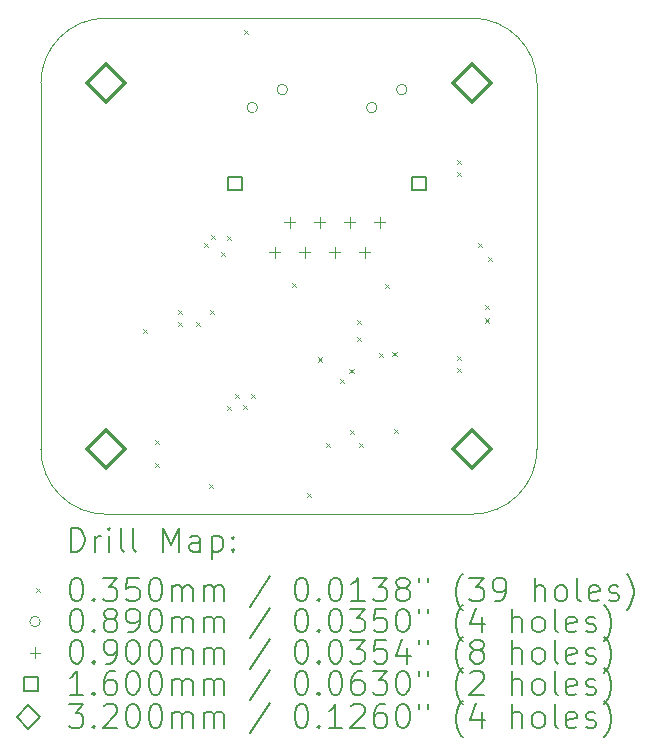
<source format=gbr>
%TF.GenerationSoftware,KiCad,Pcbnew,8.0.3*%
%TF.CreationDate,2024-11-11T17:41:10-05:00*%
%TF.ProjectId,Ethernet HAT,45746865-726e-4657-9420-4841542e6b69,rev?*%
%TF.SameCoordinates,Original*%
%TF.FileFunction,Drillmap*%
%TF.FilePolarity,Positive*%
%FSLAX45Y45*%
G04 Gerber Fmt 4.5, Leading zero omitted, Abs format (unit mm)*
G04 Created by KiCad (PCBNEW 8.0.3) date 2024-11-11 17:41:10*
%MOMM*%
%LPD*%
G01*
G04 APERTURE LIST*
%ADD10C,0.100000*%
%ADD11C,0.200000*%
%ADD12C,0.160000*%
%ADD13C,0.320000*%
G04 APERTURE END LIST*
D10*
X16550000Y-7900000D02*
G75*
G02*
X17100000Y-8450000I0J-550000D01*
G01*
X13450000Y-12100000D02*
G75*
G02*
X12900000Y-11550000I0J550000D01*
G01*
X12900000Y-11550000D02*
X12900000Y-8450000D01*
X17100000Y-11550000D02*
G75*
G02*
X16550000Y-12100000I-550000J0D01*
G01*
X13450000Y-7900000D02*
X16550000Y-7900000D01*
X17100000Y-8450000D02*
X17100000Y-11550000D01*
X12900000Y-8450000D02*
G75*
G02*
X13450000Y-7900000I550000J0D01*
G01*
X16550000Y-12100000D02*
X13450000Y-12100000D01*
D11*
D10*
X13762500Y-10532500D02*
X13797500Y-10567500D01*
X13797500Y-10532500D02*
X13762500Y-10567500D01*
X13862500Y-11472500D02*
X13897500Y-11507500D01*
X13897500Y-11472500D02*
X13862500Y-11507500D01*
X13862500Y-11662500D02*
X13897500Y-11697500D01*
X13897500Y-11662500D02*
X13862500Y-11697500D01*
X14061250Y-10473750D02*
X14096250Y-10508750D01*
X14096250Y-10473750D02*
X14061250Y-10508750D01*
X14062500Y-10372500D02*
X14097500Y-10407500D01*
X14097500Y-10372500D02*
X14062500Y-10407500D01*
X14212500Y-10472500D02*
X14247500Y-10507500D01*
X14247500Y-10472500D02*
X14212500Y-10507500D01*
X14277500Y-9801640D02*
X14312500Y-9836640D01*
X14312500Y-9801640D02*
X14277500Y-9836640D01*
X14322500Y-11842500D02*
X14357500Y-11877500D01*
X14357500Y-11842500D02*
X14322500Y-11877500D01*
X14332500Y-10372500D02*
X14367500Y-10407500D01*
X14367500Y-10372500D02*
X14332500Y-10407500D01*
X14342500Y-9732500D02*
X14377500Y-9767500D01*
X14377500Y-9732500D02*
X14342500Y-9767500D01*
X14422500Y-9882500D02*
X14457500Y-9917500D01*
X14457500Y-9882500D02*
X14422500Y-9917500D01*
X14472500Y-9742500D02*
X14507500Y-9777500D01*
X14507500Y-9742500D02*
X14472500Y-9777500D01*
X14472500Y-11182500D02*
X14507500Y-11217500D01*
X14507500Y-11182500D02*
X14472500Y-11217500D01*
X14542500Y-11082500D02*
X14577500Y-11117500D01*
X14577500Y-11082500D02*
X14542500Y-11117500D01*
X14607500Y-11172500D02*
X14642500Y-11207500D01*
X14642500Y-11172500D02*
X14607500Y-11207500D01*
X14622500Y-8002500D02*
X14657500Y-8037500D01*
X14657500Y-8002500D02*
X14622500Y-8037500D01*
X14677500Y-11082500D02*
X14712500Y-11117500D01*
X14712500Y-11082500D02*
X14677500Y-11117500D01*
X15022500Y-10142500D02*
X15057500Y-10177500D01*
X15057500Y-10142500D02*
X15022500Y-10177500D01*
X15152500Y-11922500D02*
X15187500Y-11957500D01*
X15187500Y-11922500D02*
X15152500Y-11957500D01*
X15242500Y-10772500D02*
X15277500Y-10807500D01*
X15277500Y-10772500D02*
X15242500Y-10807500D01*
X15313462Y-11493462D02*
X15348462Y-11528462D01*
X15348462Y-11493462D02*
X15313462Y-11528462D01*
X15432500Y-10952500D02*
X15467500Y-10987500D01*
X15467500Y-10952500D02*
X15432500Y-10987500D01*
X15512500Y-10872500D02*
X15547500Y-10907500D01*
X15547500Y-10872500D02*
X15512500Y-10907500D01*
X15516538Y-11386538D02*
X15551538Y-11421538D01*
X15551538Y-11386538D02*
X15516538Y-11421538D01*
X15572500Y-10452500D02*
X15607500Y-10487500D01*
X15607500Y-10452500D02*
X15572500Y-10487500D01*
X15572500Y-10602500D02*
X15607500Y-10637500D01*
X15607500Y-10602500D02*
X15572500Y-10637500D01*
X15593462Y-11493462D02*
X15628462Y-11528462D01*
X15628462Y-11493462D02*
X15593462Y-11528462D01*
X15762500Y-10732500D02*
X15797500Y-10767500D01*
X15797500Y-10732500D02*
X15762500Y-10767500D01*
X15812500Y-10152500D02*
X15847500Y-10187500D01*
X15847500Y-10152500D02*
X15812500Y-10187500D01*
X15876538Y-10726538D02*
X15911538Y-10761538D01*
X15911538Y-10726538D02*
X15876538Y-10761538D01*
X15890386Y-11380386D02*
X15925386Y-11415386D01*
X15925386Y-11380386D02*
X15890386Y-11415386D01*
X16422500Y-9102500D02*
X16457500Y-9137500D01*
X16457500Y-9102500D02*
X16422500Y-9137500D01*
X16422500Y-9202500D02*
X16457500Y-9237500D01*
X16457500Y-9202500D02*
X16422500Y-9237500D01*
X16422500Y-10762500D02*
X16457500Y-10797500D01*
X16457500Y-10762500D02*
X16422500Y-10797500D01*
X16422500Y-10862500D02*
X16457500Y-10897500D01*
X16457500Y-10862500D02*
X16422500Y-10897500D01*
X16602500Y-9802500D02*
X16637500Y-9837500D01*
X16637500Y-9802500D02*
X16602500Y-9837500D01*
X16658462Y-10326538D02*
X16693462Y-10361538D01*
X16693462Y-10326538D02*
X16658462Y-10361538D01*
X16662500Y-10442500D02*
X16697500Y-10477500D01*
X16697500Y-10442500D02*
X16662500Y-10477500D01*
X16682500Y-9922500D02*
X16717500Y-9957500D01*
X16717500Y-9922500D02*
X16682500Y-9957500D01*
X14734500Y-8657000D02*
G75*
G02*
X14645500Y-8657000I-44500J0D01*
G01*
X14645500Y-8657000D02*
G75*
G02*
X14734500Y-8657000I44500J0D01*
G01*
X14988500Y-8505000D02*
G75*
G02*
X14899500Y-8505000I-44500J0D01*
G01*
X14899500Y-8505000D02*
G75*
G02*
X14988500Y-8505000I44500J0D01*
G01*
X15745500Y-8657000D02*
G75*
G02*
X15656500Y-8657000I-44500J0D01*
G01*
X15656500Y-8657000D02*
G75*
G02*
X15745500Y-8657000I44500J0D01*
G01*
X15999500Y-8505000D02*
G75*
G02*
X15910500Y-8505000I-44500J0D01*
G01*
X15910500Y-8505000D02*
G75*
G02*
X15999500Y-8505000I44500J0D01*
G01*
X14878000Y-9838000D02*
X14878000Y-9928000D01*
X14833000Y-9883000D02*
X14923000Y-9883000D01*
X15005000Y-9584000D02*
X15005000Y-9674000D01*
X14960000Y-9629000D02*
X15050000Y-9629000D01*
X15132000Y-9838000D02*
X15132000Y-9928000D01*
X15087000Y-9883000D02*
X15177000Y-9883000D01*
X15259000Y-9584000D02*
X15259000Y-9674000D01*
X15214000Y-9629000D02*
X15304000Y-9629000D01*
X15386000Y-9838000D02*
X15386000Y-9928000D01*
X15341000Y-9883000D02*
X15431000Y-9883000D01*
X15513000Y-9584000D02*
X15513000Y-9674000D01*
X15468000Y-9629000D02*
X15558000Y-9629000D01*
X15640000Y-9838000D02*
X15640000Y-9928000D01*
X15595000Y-9883000D02*
X15685000Y-9883000D01*
X15767000Y-9584000D02*
X15767000Y-9674000D01*
X15722000Y-9629000D02*
X15812000Y-9629000D01*
D12*
X14601569Y-9356569D02*
X14601569Y-9243431D01*
X14488431Y-9243431D01*
X14488431Y-9356569D01*
X14601569Y-9356569D01*
X16156569Y-9356569D02*
X16156569Y-9243431D01*
X16043431Y-9243431D01*
X16043431Y-9356569D01*
X16156569Y-9356569D01*
D13*
X13450000Y-8610000D02*
X13610000Y-8450000D01*
X13450000Y-8290000D01*
X13290000Y-8450000D01*
X13450000Y-8610000D01*
X13450000Y-11710000D02*
X13610000Y-11550000D01*
X13450000Y-11390000D01*
X13290000Y-11550000D01*
X13450000Y-11710000D01*
X16550000Y-8610000D02*
X16710000Y-8450000D01*
X16550000Y-8290000D01*
X16390000Y-8450000D01*
X16550000Y-8610000D01*
X16550000Y-11710000D02*
X16710000Y-11550000D01*
X16550000Y-11390000D01*
X16390000Y-11550000D01*
X16550000Y-11710000D01*
D11*
X13155777Y-12416484D02*
X13155777Y-12216484D01*
X13155777Y-12216484D02*
X13203396Y-12216484D01*
X13203396Y-12216484D02*
X13231967Y-12226008D01*
X13231967Y-12226008D02*
X13251015Y-12245055D01*
X13251015Y-12245055D02*
X13260539Y-12264103D01*
X13260539Y-12264103D02*
X13270062Y-12302198D01*
X13270062Y-12302198D02*
X13270062Y-12330769D01*
X13270062Y-12330769D02*
X13260539Y-12368865D01*
X13260539Y-12368865D02*
X13251015Y-12387912D01*
X13251015Y-12387912D02*
X13231967Y-12406960D01*
X13231967Y-12406960D02*
X13203396Y-12416484D01*
X13203396Y-12416484D02*
X13155777Y-12416484D01*
X13355777Y-12416484D02*
X13355777Y-12283150D01*
X13355777Y-12321246D02*
X13365301Y-12302198D01*
X13365301Y-12302198D02*
X13374824Y-12292674D01*
X13374824Y-12292674D02*
X13393872Y-12283150D01*
X13393872Y-12283150D02*
X13412920Y-12283150D01*
X13479586Y-12416484D02*
X13479586Y-12283150D01*
X13479586Y-12216484D02*
X13470062Y-12226008D01*
X13470062Y-12226008D02*
X13479586Y-12235531D01*
X13479586Y-12235531D02*
X13489110Y-12226008D01*
X13489110Y-12226008D02*
X13479586Y-12216484D01*
X13479586Y-12216484D02*
X13479586Y-12235531D01*
X13603396Y-12416484D02*
X13584348Y-12406960D01*
X13584348Y-12406960D02*
X13574824Y-12387912D01*
X13574824Y-12387912D02*
X13574824Y-12216484D01*
X13708158Y-12416484D02*
X13689110Y-12406960D01*
X13689110Y-12406960D02*
X13679586Y-12387912D01*
X13679586Y-12387912D02*
X13679586Y-12216484D01*
X13936729Y-12416484D02*
X13936729Y-12216484D01*
X13936729Y-12216484D02*
X14003396Y-12359341D01*
X14003396Y-12359341D02*
X14070062Y-12216484D01*
X14070062Y-12216484D02*
X14070062Y-12416484D01*
X14251015Y-12416484D02*
X14251015Y-12311722D01*
X14251015Y-12311722D02*
X14241491Y-12292674D01*
X14241491Y-12292674D02*
X14222443Y-12283150D01*
X14222443Y-12283150D02*
X14184348Y-12283150D01*
X14184348Y-12283150D02*
X14165301Y-12292674D01*
X14251015Y-12406960D02*
X14231967Y-12416484D01*
X14231967Y-12416484D02*
X14184348Y-12416484D01*
X14184348Y-12416484D02*
X14165301Y-12406960D01*
X14165301Y-12406960D02*
X14155777Y-12387912D01*
X14155777Y-12387912D02*
X14155777Y-12368865D01*
X14155777Y-12368865D02*
X14165301Y-12349817D01*
X14165301Y-12349817D02*
X14184348Y-12340293D01*
X14184348Y-12340293D02*
X14231967Y-12340293D01*
X14231967Y-12340293D02*
X14251015Y-12330769D01*
X14346253Y-12283150D02*
X14346253Y-12483150D01*
X14346253Y-12292674D02*
X14365301Y-12283150D01*
X14365301Y-12283150D02*
X14403396Y-12283150D01*
X14403396Y-12283150D02*
X14422443Y-12292674D01*
X14422443Y-12292674D02*
X14431967Y-12302198D01*
X14431967Y-12302198D02*
X14441491Y-12321246D01*
X14441491Y-12321246D02*
X14441491Y-12378388D01*
X14441491Y-12378388D02*
X14431967Y-12397436D01*
X14431967Y-12397436D02*
X14422443Y-12406960D01*
X14422443Y-12406960D02*
X14403396Y-12416484D01*
X14403396Y-12416484D02*
X14365301Y-12416484D01*
X14365301Y-12416484D02*
X14346253Y-12406960D01*
X14527205Y-12397436D02*
X14536729Y-12406960D01*
X14536729Y-12406960D02*
X14527205Y-12416484D01*
X14527205Y-12416484D02*
X14517682Y-12406960D01*
X14517682Y-12406960D02*
X14527205Y-12397436D01*
X14527205Y-12397436D02*
X14527205Y-12416484D01*
X14527205Y-12292674D02*
X14536729Y-12302198D01*
X14536729Y-12302198D02*
X14527205Y-12311722D01*
X14527205Y-12311722D02*
X14517682Y-12302198D01*
X14517682Y-12302198D02*
X14527205Y-12292674D01*
X14527205Y-12292674D02*
X14527205Y-12311722D01*
D10*
X12860000Y-12727500D02*
X12895000Y-12762500D01*
X12895000Y-12727500D02*
X12860000Y-12762500D01*
D11*
X13193872Y-12636484D02*
X13212920Y-12636484D01*
X13212920Y-12636484D02*
X13231967Y-12646008D01*
X13231967Y-12646008D02*
X13241491Y-12655531D01*
X13241491Y-12655531D02*
X13251015Y-12674579D01*
X13251015Y-12674579D02*
X13260539Y-12712674D01*
X13260539Y-12712674D02*
X13260539Y-12760293D01*
X13260539Y-12760293D02*
X13251015Y-12798388D01*
X13251015Y-12798388D02*
X13241491Y-12817436D01*
X13241491Y-12817436D02*
X13231967Y-12826960D01*
X13231967Y-12826960D02*
X13212920Y-12836484D01*
X13212920Y-12836484D02*
X13193872Y-12836484D01*
X13193872Y-12836484D02*
X13174824Y-12826960D01*
X13174824Y-12826960D02*
X13165301Y-12817436D01*
X13165301Y-12817436D02*
X13155777Y-12798388D01*
X13155777Y-12798388D02*
X13146253Y-12760293D01*
X13146253Y-12760293D02*
X13146253Y-12712674D01*
X13146253Y-12712674D02*
X13155777Y-12674579D01*
X13155777Y-12674579D02*
X13165301Y-12655531D01*
X13165301Y-12655531D02*
X13174824Y-12646008D01*
X13174824Y-12646008D02*
X13193872Y-12636484D01*
X13346253Y-12817436D02*
X13355777Y-12826960D01*
X13355777Y-12826960D02*
X13346253Y-12836484D01*
X13346253Y-12836484D02*
X13336729Y-12826960D01*
X13336729Y-12826960D02*
X13346253Y-12817436D01*
X13346253Y-12817436D02*
X13346253Y-12836484D01*
X13422443Y-12636484D02*
X13546253Y-12636484D01*
X13546253Y-12636484D02*
X13479586Y-12712674D01*
X13479586Y-12712674D02*
X13508158Y-12712674D01*
X13508158Y-12712674D02*
X13527205Y-12722198D01*
X13527205Y-12722198D02*
X13536729Y-12731722D01*
X13536729Y-12731722D02*
X13546253Y-12750769D01*
X13546253Y-12750769D02*
X13546253Y-12798388D01*
X13546253Y-12798388D02*
X13536729Y-12817436D01*
X13536729Y-12817436D02*
X13527205Y-12826960D01*
X13527205Y-12826960D02*
X13508158Y-12836484D01*
X13508158Y-12836484D02*
X13451015Y-12836484D01*
X13451015Y-12836484D02*
X13431967Y-12826960D01*
X13431967Y-12826960D02*
X13422443Y-12817436D01*
X13727205Y-12636484D02*
X13631967Y-12636484D01*
X13631967Y-12636484D02*
X13622443Y-12731722D01*
X13622443Y-12731722D02*
X13631967Y-12722198D01*
X13631967Y-12722198D02*
X13651015Y-12712674D01*
X13651015Y-12712674D02*
X13698634Y-12712674D01*
X13698634Y-12712674D02*
X13717682Y-12722198D01*
X13717682Y-12722198D02*
X13727205Y-12731722D01*
X13727205Y-12731722D02*
X13736729Y-12750769D01*
X13736729Y-12750769D02*
X13736729Y-12798388D01*
X13736729Y-12798388D02*
X13727205Y-12817436D01*
X13727205Y-12817436D02*
X13717682Y-12826960D01*
X13717682Y-12826960D02*
X13698634Y-12836484D01*
X13698634Y-12836484D02*
X13651015Y-12836484D01*
X13651015Y-12836484D02*
X13631967Y-12826960D01*
X13631967Y-12826960D02*
X13622443Y-12817436D01*
X13860539Y-12636484D02*
X13879586Y-12636484D01*
X13879586Y-12636484D02*
X13898634Y-12646008D01*
X13898634Y-12646008D02*
X13908158Y-12655531D01*
X13908158Y-12655531D02*
X13917682Y-12674579D01*
X13917682Y-12674579D02*
X13927205Y-12712674D01*
X13927205Y-12712674D02*
X13927205Y-12760293D01*
X13927205Y-12760293D02*
X13917682Y-12798388D01*
X13917682Y-12798388D02*
X13908158Y-12817436D01*
X13908158Y-12817436D02*
X13898634Y-12826960D01*
X13898634Y-12826960D02*
X13879586Y-12836484D01*
X13879586Y-12836484D02*
X13860539Y-12836484D01*
X13860539Y-12836484D02*
X13841491Y-12826960D01*
X13841491Y-12826960D02*
X13831967Y-12817436D01*
X13831967Y-12817436D02*
X13822443Y-12798388D01*
X13822443Y-12798388D02*
X13812920Y-12760293D01*
X13812920Y-12760293D02*
X13812920Y-12712674D01*
X13812920Y-12712674D02*
X13822443Y-12674579D01*
X13822443Y-12674579D02*
X13831967Y-12655531D01*
X13831967Y-12655531D02*
X13841491Y-12646008D01*
X13841491Y-12646008D02*
X13860539Y-12636484D01*
X14012920Y-12836484D02*
X14012920Y-12703150D01*
X14012920Y-12722198D02*
X14022443Y-12712674D01*
X14022443Y-12712674D02*
X14041491Y-12703150D01*
X14041491Y-12703150D02*
X14070063Y-12703150D01*
X14070063Y-12703150D02*
X14089110Y-12712674D01*
X14089110Y-12712674D02*
X14098634Y-12731722D01*
X14098634Y-12731722D02*
X14098634Y-12836484D01*
X14098634Y-12731722D02*
X14108158Y-12712674D01*
X14108158Y-12712674D02*
X14127205Y-12703150D01*
X14127205Y-12703150D02*
X14155777Y-12703150D01*
X14155777Y-12703150D02*
X14174824Y-12712674D01*
X14174824Y-12712674D02*
X14184348Y-12731722D01*
X14184348Y-12731722D02*
X14184348Y-12836484D01*
X14279586Y-12836484D02*
X14279586Y-12703150D01*
X14279586Y-12722198D02*
X14289110Y-12712674D01*
X14289110Y-12712674D02*
X14308158Y-12703150D01*
X14308158Y-12703150D02*
X14336729Y-12703150D01*
X14336729Y-12703150D02*
X14355777Y-12712674D01*
X14355777Y-12712674D02*
X14365301Y-12731722D01*
X14365301Y-12731722D02*
X14365301Y-12836484D01*
X14365301Y-12731722D02*
X14374824Y-12712674D01*
X14374824Y-12712674D02*
X14393872Y-12703150D01*
X14393872Y-12703150D02*
X14422443Y-12703150D01*
X14422443Y-12703150D02*
X14441491Y-12712674D01*
X14441491Y-12712674D02*
X14451015Y-12731722D01*
X14451015Y-12731722D02*
X14451015Y-12836484D01*
X14841491Y-12626960D02*
X14670063Y-12884103D01*
X15098634Y-12636484D02*
X15117682Y-12636484D01*
X15117682Y-12636484D02*
X15136729Y-12646008D01*
X15136729Y-12646008D02*
X15146253Y-12655531D01*
X15146253Y-12655531D02*
X15155777Y-12674579D01*
X15155777Y-12674579D02*
X15165301Y-12712674D01*
X15165301Y-12712674D02*
X15165301Y-12760293D01*
X15165301Y-12760293D02*
X15155777Y-12798388D01*
X15155777Y-12798388D02*
X15146253Y-12817436D01*
X15146253Y-12817436D02*
X15136729Y-12826960D01*
X15136729Y-12826960D02*
X15117682Y-12836484D01*
X15117682Y-12836484D02*
X15098634Y-12836484D01*
X15098634Y-12836484D02*
X15079586Y-12826960D01*
X15079586Y-12826960D02*
X15070063Y-12817436D01*
X15070063Y-12817436D02*
X15060539Y-12798388D01*
X15060539Y-12798388D02*
X15051015Y-12760293D01*
X15051015Y-12760293D02*
X15051015Y-12712674D01*
X15051015Y-12712674D02*
X15060539Y-12674579D01*
X15060539Y-12674579D02*
X15070063Y-12655531D01*
X15070063Y-12655531D02*
X15079586Y-12646008D01*
X15079586Y-12646008D02*
X15098634Y-12636484D01*
X15251015Y-12817436D02*
X15260539Y-12826960D01*
X15260539Y-12826960D02*
X15251015Y-12836484D01*
X15251015Y-12836484D02*
X15241491Y-12826960D01*
X15241491Y-12826960D02*
X15251015Y-12817436D01*
X15251015Y-12817436D02*
X15251015Y-12836484D01*
X15384348Y-12636484D02*
X15403396Y-12636484D01*
X15403396Y-12636484D02*
X15422444Y-12646008D01*
X15422444Y-12646008D02*
X15431967Y-12655531D01*
X15431967Y-12655531D02*
X15441491Y-12674579D01*
X15441491Y-12674579D02*
X15451015Y-12712674D01*
X15451015Y-12712674D02*
X15451015Y-12760293D01*
X15451015Y-12760293D02*
X15441491Y-12798388D01*
X15441491Y-12798388D02*
X15431967Y-12817436D01*
X15431967Y-12817436D02*
X15422444Y-12826960D01*
X15422444Y-12826960D02*
X15403396Y-12836484D01*
X15403396Y-12836484D02*
X15384348Y-12836484D01*
X15384348Y-12836484D02*
X15365301Y-12826960D01*
X15365301Y-12826960D02*
X15355777Y-12817436D01*
X15355777Y-12817436D02*
X15346253Y-12798388D01*
X15346253Y-12798388D02*
X15336729Y-12760293D01*
X15336729Y-12760293D02*
X15336729Y-12712674D01*
X15336729Y-12712674D02*
X15346253Y-12674579D01*
X15346253Y-12674579D02*
X15355777Y-12655531D01*
X15355777Y-12655531D02*
X15365301Y-12646008D01*
X15365301Y-12646008D02*
X15384348Y-12636484D01*
X15641491Y-12836484D02*
X15527206Y-12836484D01*
X15584348Y-12836484D02*
X15584348Y-12636484D01*
X15584348Y-12636484D02*
X15565301Y-12665055D01*
X15565301Y-12665055D02*
X15546253Y-12684103D01*
X15546253Y-12684103D02*
X15527206Y-12693627D01*
X15708158Y-12636484D02*
X15831967Y-12636484D01*
X15831967Y-12636484D02*
X15765301Y-12712674D01*
X15765301Y-12712674D02*
X15793872Y-12712674D01*
X15793872Y-12712674D02*
X15812920Y-12722198D01*
X15812920Y-12722198D02*
X15822444Y-12731722D01*
X15822444Y-12731722D02*
X15831967Y-12750769D01*
X15831967Y-12750769D02*
X15831967Y-12798388D01*
X15831967Y-12798388D02*
X15822444Y-12817436D01*
X15822444Y-12817436D02*
X15812920Y-12826960D01*
X15812920Y-12826960D02*
X15793872Y-12836484D01*
X15793872Y-12836484D02*
X15736729Y-12836484D01*
X15736729Y-12836484D02*
X15717682Y-12826960D01*
X15717682Y-12826960D02*
X15708158Y-12817436D01*
X15946253Y-12722198D02*
X15927206Y-12712674D01*
X15927206Y-12712674D02*
X15917682Y-12703150D01*
X15917682Y-12703150D02*
X15908158Y-12684103D01*
X15908158Y-12684103D02*
X15908158Y-12674579D01*
X15908158Y-12674579D02*
X15917682Y-12655531D01*
X15917682Y-12655531D02*
X15927206Y-12646008D01*
X15927206Y-12646008D02*
X15946253Y-12636484D01*
X15946253Y-12636484D02*
X15984348Y-12636484D01*
X15984348Y-12636484D02*
X16003396Y-12646008D01*
X16003396Y-12646008D02*
X16012920Y-12655531D01*
X16012920Y-12655531D02*
X16022444Y-12674579D01*
X16022444Y-12674579D02*
X16022444Y-12684103D01*
X16022444Y-12684103D02*
X16012920Y-12703150D01*
X16012920Y-12703150D02*
X16003396Y-12712674D01*
X16003396Y-12712674D02*
X15984348Y-12722198D01*
X15984348Y-12722198D02*
X15946253Y-12722198D01*
X15946253Y-12722198D02*
X15927206Y-12731722D01*
X15927206Y-12731722D02*
X15917682Y-12741246D01*
X15917682Y-12741246D02*
X15908158Y-12760293D01*
X15908158Y-12760293D02*
X15908158Y-12798388D01*
X15908158Y-12798388D02*
X15917682Y-12817436D01*
X15917682Y-12817436D02*
X15927206Y-12826960D01*
X15927206Y-12826960D02*
X15946253Y-12836484D01*
X15946253Y-12836484D02*
X15984348Y-12836484D01*
X15984348Y-12836484D02*
X16003396Y-12826960D01*
X16003396Y-12826960D02*
X16012920Y-12817436D01*
X16012920Y-12817436D02*
X16022444Y-12798388D01*
X16022444Y-12798388D02*
X16022444Y-12760293D01*
X16022444Y-12760293D02*
X16012920Y-12741246D01*
X16012920Y-12741246D02*
X16003396Y-12731722D01*
X16003396Y-12731722D02*
X15984348Y-12722198D01*
X16098634Y-12636484D02*
X16098634Y-12674579D01*
X16174825Y-12636484D02*
X16174825Y-12674579D01*
X16470063Y-12912674D02*
X16460539Y-12903150D01*
X16460539Y-12903150D02*
X16441491Y-12874579D01*
X16441491Y-12874579D02*
X16431968Y-12855531D01*
X16431968Y-12855531D02*
X16422444Y-12826960D01*
X16422444Y-12826960D02*
X16412920Y-12779341D01*
X16412920Y-12779341D02*
X16412920Y-12741246D01*
X16412920Y-12741246D02*
X16422444Y-12693627D01*
X16422444Y-12693627D02*
X16431968Y-12665055D01*
X16431968Y-12665055D02*
X16441491Y-12646008D01*
X16441491Y-12646008D02*
X16460539Y-12617436D01*
X16460539Y-12617436D02*
X16470063Y-12607912D01*
X16527206Y-12636484D02*
X16651015Y-12636484D01*
X16651015Y-12636484D02*
X16584348Y-12712674D01*
X16584348Y-12712674D02*
X16612920Y-12712674D01*
X16612920Y-12712674D02*
X16631968Y-12722198D01*
X16631968Y-12722198D02*
X16641491Y-12731722D01*
X16641491Y-12731722D02*
X16651015Y-12750769D01*
X16651015Y-12750769D02*
X16651015Y-12798388D01*
X16651015Y-12798388D02*
X16641491Y-12817436D01*
X16641491Y-12817436D02*
X16631968Y-12826960D01*
X16631968Y-12826960D02*
X16612920Y-12836484D01*
X16612920Y-12836484D02*
X16555777Y-12836484D01*
X16555777Y-12836484D02*
X16536729Y-12826960D01*
X16536729Y-12826960D02*
X16527206Y-12817436D01*
X16746253Y-12836484D02*
X16784349Y-12836484D01*
X16784349Y-12836484D02*
X16803396Y-12826960D01*
X16803396Y-12826960D02*
X16812920Y-12817436D01*
X16812920Y-12817436D02*
X16831968Y-12788865D01*
X16831968Y-12788865D02*
X16841491Y-12750769D01*
X16841491Y-12750769D02*
X16841491Y-12674579D01*
X16841491Y-12674579D02*
X16831968Y-12655531D01*
X16831968Y-12655531D02*
X16822444Y-12646008D01*
X16822444Y-12646008D02*
X16803396Y-12636484D01*
X16803396Y-12636484D02*
X16765301Y-12636484D01*
X16765301Y-12636484D02*
X16746253Y-12646008D01*
X16746253Y-12646008D02*
X16736729Y-12655531D01*
X16736729Y-12655531D02*
X16727206Y-12674579D01*
X16727206Y-12674579D02*
X16727206Y-12722198D01*
X16727206Y-12722198D02*
X16736729Y-12741246D01*
X16736729Y-12741246D02*
X16746253Y-12750769D01*
X16746253Y-12750769D02*
X16765301Y-12760293D01*
X16765301Y-12760293D02*
X16803396Y-12760293D01*
X16803396Y-12760293D02*
X16822444Y-12750769D01*
X16822444Y-12750769D02*
X16831968Y-12741246D01*
X16831968Y-12741246D02*
X16841491Y-12722198D01*
X17079587Y-12836484D02*
X17079587Y-12636484D01*
X17165301Y-12836484D02*
X17165301Y-12731722D01*
X17165301Y-12731722D02*
X17155777Y-12712674D01*
X17155777Y-12712674D02*
X17136730Y-12703150D01*
X17136730Y-12703150D02*
X17108158Y-12703150D01*
X17108158Y-12703150D02*
X17089111Y-12712674D01*
X17089111Y-12712674D02*
X17079587Y-12722198D01*
X17289111Y-12836484D02*
X17270063Y-12826960D01*
X17270063Y-12826960D02*
X17260539Y-12817436D01*
X17260539Y-12817436D02*
X17251015Y-12798388D01*
X17251015Y-12798388D02*
X17251015Y-12741246D01*
X17251015Y-12741246D02*
X17260539Y-12722198D01*
X17260539Y-12722198D02*
X17270063Y-12712674D01*
X17270063Y-12712674D02*
X17289111Y-12703150D01*
X17289111Y-12703150D02*
X17317682Y-12703150D01*
X17317682Y-12703150D02*
X17336730Y-12712674D01*
X17336730Y-12712674D02*
X17346253Y-12722198D01*
X17346253Y-12722198D02*
X17355777Y-12741246D01*
X17355777Y-12741246D02*
X17355777Y-12798388D01*
X17355777Y-12798388D02*
X17346253Y-12817436D01*
X17346253Y-12817436D02*
X17336730Y-12826960D01*
X17336730Y-12826960D02*
X17317682Y-12836484D01*
X17317682Y-12836484D02*
X17289111Y-12836484D01*
X17470063Y-12836484D02*
X17451015Y-12826960D01*
X17451015Y-12826960D02*
X17441492Y-12807912D01*
X17441492Y-12807912D02*
X17441492Y-12636484D01*
X17622444Y-12826960D02*
X17603396Y-12836484D01*
X17603396Y-12836484D02*
X17565301Y-12836484D01*
X17565301Y-12836484D02*
X17546253Y-12826960D01*
X17546253Y-12826960D02*
X17536730Y-12807912D01*
X17536730Y-12807912D02*
X17536730Y-12731722D01*
X17536730Y-12731722D02*
X17546253Y-12712674D01*
X17546253Y-12712674D02*
X17565301Y-12703150D01*
X17565301Y-12703150D02*
X17603396Y-12703150D01*
X17603396Y-12703150D02*
X17622444Y-12712674D01*
X17622444Y-12712674D02*
X17631968Y-12731722D01*
X17631968Y-12731722D02*
X17631968Y-12750769D01*
X17631968Y-12750769D02*
X17536730Y-12769817D01*
X17708158Y-12826960D02*
X17727206Y-12836484D01*
X17727206Y-12836484D02*
X17765301Y-12836484D01*
X17765301Y-12836484D02*
X17784349Y-12826960D01*
X17784349Y-12826960D02*
X17793873Y-12807912D01*
X17793873Y-12807912D02*
X17793873Y-12798388D01*
X17793873Y-12798388D02*
X17784349Y-12779341D01*
X17784349Y-12779341D02*
X17765301Y-12769817D01*
X17765301Y-12769817D02*
X17736730Y-12769817D01*
X17736730Y-12769817D02*
X17717682Y-12760293D01*
X17717682Y-12760293D02*
X17708158Y-12741246D01*
X17708158Y-12741246D02*
X17708158Y-12731722D01*
X17708158Y-12731722D02*
X17717682Y-12712674D01*
X17717682Y-12712674D02*
X17736730Y-12703150D01*
X17736730Y-12703150D02*
X17765301Y-12703150D01*
X17765301Y-12703150D02*
X17784349Y-12712674D01*
X17860539Y-12912674D02*
X17870063Y-12903150D01*
X17870063Y-12903150D02*
X17889111Y-12874579D01*
X17889111Y-12874579D02*
X17898634Y-12855531D01*
X17898634Y-12855531D02*
X17908158Y-12826960D01*
X17908158Y-12826960D02*
X17917682Y-12779341D01*
X17917682Y-12779341D02*
X17917682Y-12741246D01*
X17917682Y-12741246D02*
X17908158Y-12693627D01*
X17908158Y-12693627D02*
X17898634Y-12665055D01*
X17898634Y-12665055D02*
X17889111Y-12646008D01*
X17889111Y-12646008D02*
X17870063Y-12617436D01*
X17870063Y-12617436D02*
X17860539Y-12607912D01*
D10*
X12895000Y-13009000D02*
G75*
G02*
X12806000Y-13009000I-44500J0D01*
G01*
X12806000Y-13009000D02*
G75*
G02*
X12895000Y-13009000I44500J0D01*
G01*
D11*
X13193872Y-12900484D02*
X13212920Y-12900484D01*
X13212920Y-12900484D02*
X13231967Y-12910008D01*
X13231967Y-12910008D02*
X13241491Y-12919531D01*
X13241491Y-12919531D02*
X13251015Y-12938579D01*
X13251015Y-12938579D02*
X13260539Y-12976674D01*
X13260539Y-12976674D02*
X13260539Y-13024293D01*
X13260539Y-13024293D02*
X13251015Y-13062388D01*
X13251015Y-13062388D02*
X13241491Y-13081436D01*
X13241491Y-13081436D02*
X13231967Y-13090960D01*
X13231967Y-13090960D02*
X13212920Y-13100484D01*
X13212920Y-13100484D02*
X13193872Y-13100484D01*
X13193872Y-13100484D02*
X13174824Y-13090960D01*
X13174824Y-13090960D02*
X13165301Y-13081436D01*
X13165301Y-13081436D02*
X13155777Y-13062388D01*
X13155777Y-13062388D02*
X13146253Y-13024293D01*
X13146253Y-13024293D02*
X13146253Y-12976674D01*
X13146253Y-12976674D02*
X13155777Y-12938579D01*
X13155777Y-12938579D02*
X13165301Y-12919531D01*
X13165301Y-12919531D02*
X13174824Y-12910008D01*
X13174824Y-12910008D02*
X13193872Y-12900484D01*
X13346253Y-13081436D02*
X13355777Y-13090960D01*
X13355777Y-13090960D02*
X13346253Y-13100484D01*
X13346253Y-13100484D02*
X13336729Y-13090960D01*
X13336729Y-13090960D02*
X13346253Y-13081436D01*
X13346253Y-13081436D02*
X13346253Y-13100484D01*
X13470062Y-12986198D02*
X13451015Y-12976674D01*
X13451015Y-12976674D02*
X13441491Y-12967150D01*
X13441491Y-12967150D02*
X13431967Y-12948103D01*
X13431967Y-12948103D02*
X13431967Y-12938579D01*
X13431967Y-12938579D02*
X13441491Y-12919531D01*
X13441491Y-12919531D02*
X13451015Y-12910008D01*
X13451015Y-12910008D02*
X13470062Y-12900484D01*
X13470062Y-12900484D02*
X13508158Y-12900484D01*
X13508158Y-12900484D02*
X13527205Y-12910008D01*
X13527205Y-12910008D02*
X13536729Y-12919531D01*
X13536729Y-12919531D02*
X13546253Y-12938579D01*
X13546253Y-12938579D02*
X13546253Y-12948103D01*
X13546253Y-12948103D02*
X13536729Y-12967150D01*
X13536729Y-12967150D02*
X13527205Y-12976674D01*
X13527205Y-12976674D02*
X13508158Y-12986198D01*
X13508158Y-12986198D02*
X13470062Y-12986198D01*
X13470062Y-12986198D02*
X13451015Y-12995722D01*
X13451015Y-12995722D02*
X13441491Y-13005246D01*
X13441491Y-13005246D02*
X13431967Y-13024293D01*
X13431967Y-13024293D02*
X13431967Y-13062388D01*
X13431967Y-13062388D02*
X13441491Y-13081436D01*
X13441491Y-13081436D02*
X13451015Y-13090960D01*
X13451015Y-13090960D02*
X13470062Y-13100484D01*
X13470062Y-13100484D02*
X13508158Y-13100484D01*
X13508158Y-13100484D02*
X13527205Y-13090960D01*
X13527205Y-13090960D02*
X13536729Y-13081436D01*
X13536729Y-13081436D02*
X13546253Y-13062388D01*
X13546253Y-13062388D02*
X13546253Y-13024293D01*
X13546253Y-13024293D02*
X13536729Y-13005246D01*
X13536729Y-13005246D02*
X13527205Y-12995722D01*
X13527205Y-12995722D02*
X13508158Y-12986198D01*
X13641491Y-13100484D02*
X13679586Y-13100484D01*
X13679586Y-13100484D02*
X13698634Y-13090960D01*
X13698634Y-13090960D02*
X13708158Y-13081436D01*
X13708158Y-13081436D02*
X13727205Y-13052865D01*
X13727205Y-13052865D02*
X13736729Y-13014769D01*
X13736729Y-13014769D02*
X13736729Y-12938579D01*
X13736729Y-12938579D02*
X13727205Y-12919531D01*
X13727205Y-12919531D02*
X13717682Y-12910008D01*
X13717682Y-12910008D02*
X13698634Y-12900484D01*
X13698634Y-12900484D02*
X13660539Y-12900484D01*
X13660539Y-12900484D02*
X13641491Y-12910008D01*
X13641491Y-12910008D02*
X13631967Y-12919531D01*
X13631967Y-12919531D02*
X13622443Y-12938579D01*
X13622443Y-12938579D02*
X13622443Y-12986198D01*
X13622443Y-12986198D02*
X13631967Y-13005246D01*
X13631967Y-13005246D02*
X13641491Y-13014769D01*
X13641491Y-13014769D02*
X13660539Y-13024293D01*
X13660539Y-13024293D02*
X13698634Y-13024293D01*
X13698634Y-13024293D02*
X13717682Y-13014769D01*
X13717682Y-13014769D02*
X13727205Y-13005246D01*
X13727205Y-13005246D02*
X13736729Y-12986198D01*
X13860539Y-12900484D02*
X13879586Y-12900484D01*
X13879586Y-12900484D02*
X13898634Y-12910008D01*
X13898634Y-12910008D02*
X13908158Y-12919531D01*
X13908158Y-12919531D02*
X13917682Y-12938579D01*
X13917682Y-12938579D02*
X13927205Y-12976674D01*
X13927205Y-12976674D02*
X13927205Y-13024293D01*
X13927205Y-13024293D02*
X13917682Y-13062388D01*
X13917682Y-13062388D02*
X13908158Y-13081436D01*
X13908158Y-13081436D02*
X13898634Y-13090960D01*
X13898634Y-13090960D02*
X13879586Y-13100484D01*
X13879586Y-13100484D02*
X13860539Y-13100484D01*
X13860539Y-13100484D02*
X13841491Y-13090960D01*
X13841491Y-13090960D02*
X13831967Y-13081436D01*
X13831967Y-13081436D02*
X13822443Y-13062388D01*
X13822443Y-13062388D02*
X13812920Y-13024293D01*
X13812920Y-13024293D02*
X13812920Y-12976674D01*
X13812920Y-12976674D02*
X13822443Y-12938579D01*
X13822443Y-12938579D02*
X13831967Y-12919531D01*
X13831967Y-12919531D02*
X13841491Y-12910008D01*
X13841491Y-12910008D02*
X13860539Y-12900484D01*
X14012920Y-13100484D02*
X14012920Y-12967150D01*
X14012920Y-12986198D02*
X14022443Y-12976674D01*
X14022443Y-12976674D02*
X14041491Y-12967150D01*
X14041491Y-12967150D02*
X14070063Y-12967150D01*
X14070063Y-12967150D02*
X14089110Y-12976674D01*
X14089110Y-12976674D02*
X14098634Y-12995722D01*
X14098634Y-12995722D02*
X14098634Y-13100484D01*
X14098634Y-12995722D02*
X14108158Y-12976674D01*
X14108158Y-12976674D02*
X14127205Y-12967150D01*
X14127205Y-12967150D02*
X14155777Y-12967150D01*
X14155777Y-12967150D02*
X14174824Y-12976674D01*
X14174824Y-12976674D02*
X14184348Y-12995722D01*
X14184348Y-12995722D02*
X14184348Y-13100484D01*
X14279586Y-13100484D02*
X14279586Y-12967150D01*
X14279586Y-12986198D02*
X14289110Y-12976674D01*
X14289110Y-12976674D02*
X14308158Y-12967150D01*
X14308158Y-12967150D02*
X14336729Y-12967150D01*
X14336729Y-12967150D02*
X14355777Y-12976674D01*
X14355777Y-12976674D02*
X14365301Y-12995722D01*
X14365301Y-12995722D02*
X14365301Y-13100484D01*
X14365301Y-12995722D02*
X14374824Y-12976674D01*
X14374824Y-12976674D02*
X14393872Y-12967150D01*
X14393872Y-12967150D02*
X14422443Y-12967150D01*
X14422443Y-12967150D02*
X14441491Y-12976674D01*
X14441491Y-12976674D02*
X14451015Y-12995722D01*
X14451015Y-12995722D02*
X14451015Y-13100484D01*
X14841491Y-12890960D02*
X14670063Y-13148103D01*
X15098634Y-12900484D02*
X15117682Y-12900484D01*
X15117682Y-12900484D02*
X15136729Y-12910008D01*
X15136729Y-12910008D02*
X15146253Y-12919531D01*
X15146253Y-12919531D02*
X15155777Y-12938579D01*
X15155777Y-12938579D02*
X15165301Y-12976674D01*
X15165301Y-12976674D02*
X15165301Y-13024293D01*
X15165301Y-13024293D02*
X15155777Y-13062388D01*
X15155777Y-13062388D02*
X15146253Y-13081436D01*
X15146253Y-13081436D02*
X15136729Y-13090960D01*
X15136729Y-13090960D02*
X15117682Y-13100484D01*
X15117682Y-13100484D02*
X15098634Y-13100484D01*
X15098634Y-13100484D02*
X15079586Y-13090960D01*
X15079586Y-13090960D02*
X15070063Y-13081436D01*
X15070063Y-13081436D02*
X15060539Y-13062388D01*
X15060539Y-13062388D02*
X15051015Y-13024293D01*
X15051015Y-13024293D02*
X15051015Y-12976674D01*
X15051015Y-12976674D02*
X15060539Y-12938579D01*
X15060539Y-12938579D02*
X15070063Y-12919531D01*
X15070063Y-12919531D02*
X15079586Y-12910008D01*
X15079586Y-12910008D02*
X15098634Y-12900484D01*
X15251015Y-13081436D02*
X15260539Y-13090960D01*
X15260539Y-13090960D02*
X15251015Y-13100484D01*
X15251015Y-13100484D02*
X15241491Y-13090960D01*
X15241491Y-13090960D02*
X15251015Y-13081436D01*
X15251015Y-13081436D02*
X15251015Y-13100484D01*
X15384348Y-12900484D02*
X15403396Y-12900484D01*
X15403396Y-12900484D02*
X15422444Y-12910008D01*
X15422444Y-12910008D02*
X15431967Y-12919531D01*
X15431967Y-12919531D02*
X15441491Y-12938579D01*
X15441491Y-12938579D02*
X15451015Y-12976674D01*
X15451015Y-12976674D02*
X15451015Y-13024293D01*
X15451015Y-13024293D02*
X15441491Y-13062388D01*
X15441491Y-13062388D02*
X15431967Y-13081436D01*
X15431967Y-13081436D02*
X15422444Y-13090960D01*
X15422444Y-13090960D02*
X15403396Y-13100484D01*
X15403396Y-13100484D02*
X15384348Y-13100484D01*
X15384348Y-13100484D02*
X15365301Y-13090960D01*
X15365301Y-13090960D02*
X15355777Y-13081436D01*
X15355777Y-13081436D02*
X15346253Y-13062388D01*
X15346253Y-13062388D02*
X15336729Y-13024293D01*
X15336729Y-13024293D02*
X15336729Y-12976674D01*
X15336729Y-12976674D02*
X15346253Y-12938579D01*
X15346253Y-12938579D02*
X15355777Y-12919531D01*
X15355777Y-12919531D02*
X15365301Y-12910008D01*
X15365301Y-12910008D02*
X15384348Y-12900484D01*
X15517682Y-12900484D02*
X15641491Y-12900484D01*
X15641491Y-12900484D02*
X15574825Y-12976674D01*
X15574825Y-12976674D02*
X15603396Y-12976674D01*
X15603396Y-12976674D02*
X15622444Y-12986198D01*
X15622444Y-12986198D02*
X15631967Y-12995722D01*
X15631967Y-12995722D02*
X15641491Y-13014769D01*
X15641491Y-13014769D02*
X15641491Y-13062388D01*
X15641491Y-13062388D02*
X15631967Y-13081436D01*
X15631967Y-13081436D02*
X15622444Y-13090960D01*
X15622444Y-13090960D02*
X15603396Y-13100484D01*
X15603396Y-13100484D02*
X15546253Y-13100484D01*
X15546253Y-13100484D02*
X15527206Y-13090960D01*
X15527206Y-13090960D02*
X15517682Y-13081436D01*
X15822444Y-12900484D02*
X15727206Y-12900484D01*
X15727206Y-12900484D02*
X15717682Y-12995722D01*
X15717682Y-12995722D02*
X15727206Y-12986198D01*
X15727206Y-12986198D02*
X15746253Y-12976674D01*
X15746253Y-12976674D02*
X15793872Y-12976674D01*
X15793872Y-12976674D02*
X15812920Y-12986198D01*
X15812920Y-12986198D02*
X15822444Y-12995722D01*
X15822444Y-12995722D02*
X15831967Y-13014769D01*
X15831967Y-13014769D02*
X15831967Y-13062388D01*
X15831967Y-13062388D02*
X15822444Y-13081436D01*
X15822444Y-13081436D02*
X15812920Y-13090960D01*
X15812920Y-13090960D02*
X15793872Y-13100484D01*
X15793872Y-13100484D02*
X15746253Y-13100484D01*
X15746253Y-13100484D02*
X15727206Y-13090960D01*
X15727206Y-13090960D02*
X15717682Y-13081436D01*
X15955777Y-12900484D02*
X15974825Y-12900484D01*
X15974825Y-12900484D02*
X15993872Y-12910008D01*
X15993872Y-12910008D02*
X16003396Y-12919531D01*
X16003396Y-12919531D02*
X16012920Y-12938579D01*
X16012920Y-12938579D02*
X16022444Y-12976674D01*
X16022444Y-12976674D02*
X16022444Y-13024293D01*
X16022444Y-13024293D02*
X16012920Y-13062388D01*
X16012920Y-13062388D02*
X16003396Y-13081436D01*
X16003396Y-13081436D02*
X15993872Y-13090960D01*
X15993872Y-13090960D02*
X15974825Y-13100484D01*
X15974825Y-13100484D02*
X15955777Y-13100484D01*
X15955777Y-13100484D02*
X15936729Y-13090960D01*
X15936729Y-13090960D02*
X15927206Y-13081436D01*
X15927206Y-13081436D02*
X15917682Y-13062388D01*
X15917682Y-13062388D02*
X15908158Y-13024293D01*
X15908158Y-13024293D02*
X15908158Y-12976674D01*
X15908158Y-12976674D02*
X15917682Y-12938579D01*
X15917682Y-12938579D02*
X15927206Y-12919531D01*
X15927206Y-12919531D02*
X15936729Y-12910008D01*
X15936729Y-12910008D02*
X15955777Y-12900484D01*
X16098634Y-12900484D02*
X16098634Y-12938579D01*
X16174825Y-12900484D02*
X16174825Y-12938579D01*
X16470063Y-13176674D02*
X16460539Y-13167150D01*
X16460539Y-13167150D02*
X16441491Y-13138579D01*
X16441491Y-13138579D02*
X16431968Y-13119531D01*
X16431968Y-13119531D02*
X16422444Y-13090960D01*
X16422444Y-13090960D02*
X16412920Y-13043341D01*
X16412920Y-13043341D02*
X16412920Y-13005246D01*
X16412920Y-13005246D02*
X16422444Y-12957627D01*
X16422444Y-12957627D02*
X16431968Y-12929055D01*
X16431968Y-12929055D02*
X16441491Y-12910008D01*
X16441491Y-12910008D02*
X16460539Y-12881436D01*
X16460539Y-12881436D02*
X16470063Y-12871912D01*
X16631968Y-12967150D02*
X16631968Y-13100484D01*
X16584348Y-12890960D02*
X16536729Y-13033817D01*
X16536729Y-13033817D02*
X16660539Y-13033817D01*
X16889111Y-13100484D02*
X16889111Y-12900484D01*
X16974825Y-13100484D02*
X16974825Y-12995722D01*
X16974825Y-12995722D02*
X16965301Y-12976674D01*
X16965301Y-12976674D02*
X16946253Y-12967150D01*
X16946253Y-12967150D02*
X16917682Y-12967150D01*
X16917682Y-12967150D02*
X16898634Y-12976674D01*
X16898634Y-12976674D02*
X16889111Y-12986198D01*
X17098634Y-13100484D02*
X17079587Y-13090960D01*
X17079587Y-13090960D02*
X17070063Y-13081436D01*
X17070063Y-13081436D02*
X17060539Y-13062388D01*
X17060539Y-13062388D02*
X17060539Y-13005246D01*
X17060539Y-13005246D02*
X17070063Y-12986198D01*
X17070063Y-12986198D02*
X17079587Y-12976674D01*
X17079587Y-12976674D02*
X17098634Y-12967150D01*
X17098634Y-12967150D02*
X17127206Y-12967150D01*
X17127206Y-12967150D02*
X17146253Y-12976674D01*
X17146253Y-12976674D02*
X17155777Y-12986198D01*
X17155777Y-12986198D02*
X17165301Y-13005246D01*
X17165301Y-13005246D02*
X17165301Y-13062388D01*
X17165301Y-13062388D02*
X17155777Y-13081436D01*
X17155777Y-13081436D02*
X17146253Y-13090960D01*
X17146253Y-13090960D02*
X17127206Y-13100484D01*
X17127206Y-13100484D02*
X17098634Y-13100484D01*
X17279587Y-13100484D02*
X17260539Y-13090960D01*
X17260539Y-13090960D02*
X17251015Y-13071912D01*
X17251015Y-13071912D02*
X17251015Y-12900484D01*
X17431968Y-13090960D02*
X17412920Y-13100484D01*
X17412920Y-13100484D02*
X17374825Y-13100484D01*
X17374825Y-13100484D02*
X17355777Y-13090960D01*
X17355777Y-13090960D02*
X17346253Y-13071912D01*
X17346253Y-13071912D02*
X17346253Y-12995722D01*
X17346253Y-12995722D02*
X17355777Y-12976674D01*
X17355777Y-12976674D02*
X17374825Y-12967150D01*
X17374825Y-12967150D02*
X17412920Y-12967150D01*
X17412920Y-12967150D02*
X17431968Y-12976674D01*
X17431968Y-12976674D02*
X17441492Y-12995722D01*
X17441492Y-12995722D02*
X17441492Y-13014769D01*
X17441492Y-13014769D02*
X17346253Y-13033817D01*
X17517682Y-13090960D02*
X17536730Y-13100484D01*
X17536730Y-13100484D02*
X17574825Y-13100484D01*
X17574825Y-13100484D02*
X17593873Y-13090960D01*
X17593873Y-13090960D02*
X17603396Y-13071912D01*
X17603396Y-13071912D02*
X17603396Y-13062388D01*
X17603396Y-13062388D02*
X17593873Y-13043341D01*
X17593873Y-13043341D02*
X17574825Y-13033817D01*
X17574825Y-13033817D02*
X17546253Y-13033817D01*
X17546253Y-13033817D02*
X17527206Y-13024293D01*
X17527206Y-13024293D02*
X17517682Y-13005246D01*
X17517682Y-13005246D02*
X17517682Y-12995722D01*
X17517682Y-12995722D02*
X17527206Y-12976674D01*
X17527206Y-12976674D02*
X17546253Y-12967150D01*
X17546253Y-12967150D02*
X17574825Y-12967150D01*
X17574825Y-12967150D02*
X17593873Y-12976674D01*
X17670063Y-13176674D02*
X17679587Y-13167150D01*
X17679587Y-13167150D02*
X17698634Y-13138579D01*
X17698634Y-13138579D02*
X17708158Y-13119531D01*
X17708158Y-13119531D02*
X17717682Y-13090960D01*
X17717682Y-13090960D02*
X17727206Y-13043341D01*
X17727206Y-13043341D02*
X17727206Y-13005246D01*
X17727206Y-13005246D02*
X17717682Y-12957627D01*
X17717682Y-12957627D02*
X17708158Y-12929055D01*
X17708158Y-12929055D02*
X17698634Y-12910008D01*
X17698634Y-12910008D02*
X17679587Y-12881436D01*
X17679587Y-12881436D02*
X17670063Y-12871912D01*
D10*
X12850000Y-13228000D02*
X12850000Y-13318000D01*
X12805000Y-13273000D02*
X12895000Y-13273000D01*
D11*
X13193872Y-13164484D02*
X13212920Y-13164484D01*
X13212920Y-13164484D02*
X13231967Y-13174008D01*
X13231967Y-13174008D02*
X13241491Y-13183531D01*
X13241491Y-13183531D02*
X13251015Y-13202579D01*
X13251015Y-13202579D02*
X13260539Y-13240674D01*
X13260539Y-13240674D02*
X13260539Y-13288293D01*
X13260539Y-13288293D02*
X13251015Y-13326388D01*
X13251015Y-13326388D02*
X13241491Y-13345436D01*
X13241491Y-13345436D02*
X13231967Y-13354960D01*
X13231967Y-13354960D02*
X13212920Y-13364484D01*
X13212920Y-13364484D02*
X13193872Y-13364484D01*
X13193872Y-13364484D02*
X13174824Y-13354960D01*
X13174824Y-13354960D02*
X13165301Y-13345436D01*
X13165301Y-13345436D02*
X13155777Y-13326388D01*
X13155777Y-13326388D02*
X13146253Y-13288293D01*
X13146253Y-13288293D02*
X13146253Y-13240674D01*
X13146253Y-13240674D02*
X13155777Y-13202579D01*
X13155777Y-13202579D02*
X13165301Y-13183531D01*
X13165301Y-13183531D02*
X13174824Y-13174008D01*
X13174824Y-13174008D02*
X13193872Y-13164484D01*
X13346253Y-13345436D02*
X13355777Y-13354960D01*
X13355777Y-13354960D02*
X13346253Y-13364484D01*
X13346253Y-13364484D02*
X13336729Y-13354960D01*
X13336729Y-13354960D02*
X13346253Y-13345436D01*
X13346253Y-13345436D02*
X13346253Y-13364484D01*
X13451015Y-13364484D02*
X13489110Y-13364484D01*
X13489110Y-13364484D02*
X13508158Y-13354960D01*
X13508158Y-13354960D02*
X13517682Y-13345436D01*
X13517682Y-13345436D02*
X13536729Y-13316865D01*
X13536729Y-13316865D02*
X13546253Y-13278769D01*
X13546253Y-13278769D02*
X13546253Y-13202579D01*
X13546253Y-13202579D02*
X13536729Y-13183531D01*
X13536729Y-13183531D02*
X13527205Y-13174008D01*
X13527205Y-13174008D02*
X13508158Y-13164484D01*
X13508158Y-13164484D02*
X13470062Y-13164484D01*
X13470062Y-13164484D02*
X13451015Y-13174008D01*
X13451015Y-13174008D02*
X13441491Y-13183531D01*
X13441491Y-13183531D02*
X13431967Y-13202579D01*
X13431967Y-13202579D02*
X13431967Y-13250198D01*
X13431967Y-13250198D02*
X13441491Y-13269246D01*
X13441491Y-13269246D02*
X13451015Y-13278769D01*
X13451015Y-13278769D02*
X13470062Y-13288293D01*
X13470062Y-13288293D02*
X13508158Y-13288293D01*
X13508158Y-13288293D02*
X13527205Y-13278769D01*
X13527205Y-13278769D02*
X13536729Y-13269246D01*
X13536729Y-13269246D02*
X13546253Y-13250198D01*
X13670062Y-13164484D02*
X13689110Y-13164484D01*
X13689110Y-13164484D02*
X13708158Y-13174008D01*
X13708158Y-13174008D02*
X13717682Y-13183531D01*
X13717682Y-13183531D02*
X13727205Y-13202579D01*
X13727205Y-13202579D02*
X13736729Y-13240674D01*
X13736729Y-13240674D02*
X13736729Y-13288293D01*
X13736729Y-13288293D02*
X13727205Y-13326388D01*
X13727205Y-13326388D02*
X13717682Y-13345436D01*
X13717682Y-13345436D02*
X13708158Y-13354960D01*
X13708158Y-13354960D02*
X13689110Y-13364484D01*
X13689110Y-13364484D02*
X13670062Y-13364484D01*
X13670062Y-13364484D02*
X13651015Y-13354960D01*
X13651015Y-13354960D02*
X13641491Y-13345436D01*
X13641491Y-13345436D02*
X13631967Y-13326388D01*
X13631967Y-13326388D02*
X13622443Y-13288293D01*
X13622443Y-13288293D02*
X13622443Y-13240674D01*
X13622443Y-13240674D02*
X13631967Y-13202579D01*
X13631967Y-13202579D02*
X13641491Y-13183531D01*
X13641491Y-13183531D02*
X13651015Y-13174008D01*
X13651015Y-13174008D02*
X13670062Y-13164484D01*
X13860539Y-13164484D02*
X13879586Y-13164484D01*
X13879586Y-13164484D02*
X13898634Y-13174008D01*
X13898634Y-13174008D02*
X13908158Y-13183531D01*
X13908158Y-13183531D02*
X13917682Y-13202579D01*
X13917682Y-13202579D02*
X13927205Y-13240674D01*
X13927205Y-13240674D02*
X13927205Y-13288293D01*
X13927205Y-13288293D02*
X13917682Y-13326388D01*
X13917682Y-13326388D02*
X13908158Y-13345436D01*
X13908158Y-13345436D02*
X13898634Y-13354960D01*
X13898634Y-13354960D02*
X13879586Y-13364484D01*
X13879586Y-13364484D02*
X13860539Y-13364484D01*
X13860539Y-13364484D02*
X13841491Y-13354960D01*
X13841491Y-13354960D02*
X13831967Y-13345436D01*
X13831967Y-13345436D02*
X13822443Y-13326388D01*
X13822443Y-13326388D02*
X13812920Y-13288293D01*
X13812920Y-13288293D02*
X13812920Y-13240674D01*
X13812920Y-13240674D02*
X13822443Y-13202579D01*
X13822443Y-13202579D02*
X13831967Y-13183531D01*
X13831967Y-13183531D02*
X13841491Y-13174008D01*
X13841491Y-13174008D02*
X13860539Y-13164484D01*
X14012920Y-13364484D02*
X14012920Y-13231150D01*
X14012920Y-13250198D02*
X14022443Y-13240674D01*
X14022443Y-13240674D02*
X14041491Y-13231150D01*
X14041491Y-13231150D02*
X14070063Y-13231150D01*
X14070063Y-13231150D02*
X14089110Y-13240674D01*
X14089110Y-13240674D02*
X14098634Y-13259722D01*
X14098634Y-13259722D02*
X14098634Y-13364484D01*
X14098634Y-13259722D02*
X14108158Y-13240674D01*
X14108158Y-13240674D02*
X14127205Y-13231150D01*
X14127205Y-13231150D02*
X14155777Y-13231150D01*
X14155777Y-13231150D02*
X14174824Y-13240674D01*
X14174824Y-13240674D02*
X14184348Y-13259722D01*
X14184348Y-13259722D02*
X14184348Y-13364484D01*
X14279586Y-13364484D02*
X14279586Y-13231150D01*
X14279586Y-13250198D02*
X14289110Y-13240674D01*
X14289110Y-13240674D02*
X14308158Y-13231150D01*
X14308158Y-13231150D02*
X14336729Y-13231150D01*
X14336729Y-13231150D02*
X14355777Y-13240674D01*
X14355777Y-13240674D02*
X14365301Y-13259722D01*
X14365301Y-13259722D02*
X14365301Y-13364484D01*
X14365301Y-13259722D02*
X14374824Y-13240674D01*
X14374824Y-13240674D02*
X14393872Y-13231150D01*
X14393872Y-13231150D02*
X14422443Y-13231150D01*
X14422443Y-13231150D02*
X14441491Y-13240674D01*
X14441491Y-13240674D02*
X14451015Y-13259722D01*
X14451015Y-13259722D02*
X14451015Y-13364484D01*
X14841491Y-13154960D02*
X14670063Y-13412103D01*
X15098634Y-13164484D02*
X15117682Y-13164484D01*
X15117682Y-13164484D02*
X15136729Y-13174008D01*
X15136729Y-13174008D02*
X15146253Y-13183531D01*
X15146253Y-13183531D02*
X15155777Y-13202579D01*
X15155777Y-13202579D02*
X15165301Y-13240674D01*
X15165301Y-13240674D02*
X15165301Y-13288293D01*
X15165301Y-13288293D02*
X15155777Y-13326388D01*
X15155777Y-13326388D02*
X15146253Y-13345436D01*
X15146253Y-13345436D02*
X15136729Y-13354960D01*
X15136729Y-13354960D02*
X15117682Y-13364484D01*
X15117682Y-13364484D02*
X15098634Y-13364484D01*
X15098634Y-13364484D02*
X15079586Y-13354960D01*
X15079586Y-13354960D02*
X15070063Y-13345436D01*
X15070063Y-13345436D02*
X15060539Y-13326388D01*
X15060539Y-13326388D02*
X15051015Y-13288293D01*
X15051015Y-13288293D02*
X15051015Y-13240674D01*
X15051015Y-13240674D02*
X15060539Y-13202579D01*
X15060539Y-13202579D02*
X15070063Y-13183531D01*
X15070063Y-13183531D02*
X15079586Y-13174008D01*
X15079586Y-13174008D02*
X15098634Y-13164484D01*
X15251015Y-13345436D02*
X15260539Y-13354960D01*
X15260539Y-13354960D02*
X15251015Y-13364484D01*
X15251015Y-13364484D02*
X15241491Y-13354960D01*
X15241491Y-13354960D02*
X15251015Y-13345436D01*
X15251015Y-13345436D02*
X15251015Y-13364484D01*
X15384348Y-13164484D02*
X15403396Y-13164484D01*
X15403396Y-13164484D02*
X15422444Y-13174008D01*
X15422444Y-13174008D02*
X15431967Y-13183531D01*
X15431967Y-13183531D02*
X15441491Y-13202579D01*
X15441491Y-13202579D02*
X15451015Y-13240674D01*
X15451015Y-13240674D02*
X15451015Y-13288293D01*
X15451015Y-13288293D02*
X15441491Y-13326388D01*
X15441491Y-13326388D02*
X15431967Y-13345436D01*
X15431967Y-13345436D02*
X15422444Y-13354960D01*
X15422444Y-13354960D02*
X15403396Y-13364484D01*
X15403396Y-13364484D02*
X15384348Y-13364484D01*
X15384348Y-13364484D02*
X15365301Y-13354960D01*
X15365301Y-13354960D02*
X15355777Y-13345436D01*
X15355777Y-13345436D02*
X15346253Y-13326388D01*
X15346253Y-13326388D02*
X15336729Y-13288293D01*
X15336729Y-13288293D02*
X15336729Y-13240674D01*
X15336729Y-13240674D02*
X15346253Y-13202579D01*
X15346253Y-13202579D02*
X15355777Y-13183531D01*
X15355777Y-13183531D02*
X15365301Y-13174008D01*
X15365301Y-13174008D02*
X15384348Y-13164484D01*
X15517682Y-13164484D02*
X15641491Y-13164484D01*
X15641491Y-13164484D02*
X15574825Y-13240674D01*
X15574825Y-13240674D02*
X15603396Y-13240674D01*
X15603396Y-13240674D02*
X15622444Y-13250198D01*
X15622444Y-13250198D02*
X15631967Y-13259722D01*
X15631967Y-13259722D02*
X15641491Y-13278769D01*
X15641491Y-13278769D02*
X15641491Y-13326388D01*
X15641491Y-13326388D02*
X15631967Y-13345436D01*
X15631967Y-13345436D02*
X15622444Y-13354960D01*
X15622444Y-13354960D02*
X15603396Y-13364484D01*
X15603396Y-13364484D02*
X15546253Y-13364484D01*
X15546253Y-13364484D02*
X15527206Y-13354960D01*
X15527206Y-13354960D02*
X15517682Y-13345436D01*
X15822444Y-13164484D02*
X15727206Y-13164484D01*
X15727206Y-13164484D02*
X15717682Y-13259722D01*
X15717682Y-13259722D02*
X15727206Y-13250198D01*
X15727206Y-13250198D02*
X15746253Y-13240674D01*
X15746253Y-13240674D02*
X15793872Y-13240674D01*
X15793872Y-13240674D02*
X15812920Y-13250198D01*
X15812920Y-13250198D02*
X15822444Y-13259722D01*
X15822444Y-13259722D02*
X15831967Y-13278769D01*
X15831967Y-13278769D02*
X15831967Y-13326388D01*
X15831967Y-13326388D02*
X15822444Y-13345436D01*
X15822444Y-13345436D02*
X15812920Y-13354960D01*
X15812920Y-13354960D02*
X15793872Y-13364484D01*
X15793872Y-13364484D02*
X15746253Y-13364484D01*
X15746253Y-13364484D02*
X15727206Y-13354960D01*
X15727206Y-13354960D02*
X15717682Y-13345436D01*
X16003396Y-13231150D02*
X16003396Y-13364484D01*
X15955777Y-13154960D02*
X15908158Y-13297817D01*
X15908158Y-13297817D02*
X16031967Y-13297817D01*
X16098634Y-13164484D02*
X16098634Y-13202579D01*
X16174825Y-13164484D02*
X16174825Y-13202579D01*
X16470063Y-13440674D02*
X16460539Y-13431150D01*
X16460539Y-13431150D02*
X16441491Y-13402579D01*
X16441491Y-13402579D02*
X16431968Y-13383531D01*
X16431968Y-13383531D02*
X16422444Y-13354960D01*
X16422444Y-13354960D02*
X16412920Y-13307341D01*
X16412920Y-13307341D02*
X16412920Y-13269246D01*
X16412920Y-13269246D02*
X16422444Y-13221627D01*
X16422444Y-13221627D02*
X16431968Y-13193055D01*
X16431968Y-13193055D02*
X16441491Y-13174008D01*
X16441491Y-13174008D02*
X16460539Y-13145436D01*
X16460539Y-13145436D02*
X16470063Y-13135912D01*
X16574825Y-13250198D02*
X16555777Y-13240674D01*
X16555777Y-13240674D02*
X16546253Y-13231150D01*
X16546253Y-13231150D02*
X16536729Y-13212103D01*
X16536729Y-13212103D02*
X16536729Y-13202579D01*
X16536729Y-13202579D02*
X16546253Y-13183531D01*
X16546253Y-13183531D02*
X16555777Y-13174008D01*
X16555777Y-13174008D02*
X16574825Y-13164484D01*
X16574825Y-13164484D02*
X16612920Y-13164484D01*
X16612920Y-13164484D02*
X16631968Y-13174008D01*
X16631968Y-13174008D02*
X16641491Y-13183531D01*
X16641491Y-13183531D02*
X16651015Y-13202579D01*
X16651015Y-13202579D02*
X16651015Y-13212103D01*
X16651015Y-13212103D02*
X16641491Y-13231150D01*
X16641491Y-13231150D02*
X16631968Y-13240674D01*
X16631968Y-13240674D02*
X16612920Y-13250198D01*
X16612920Y-13250198D02*
X16574825Y-13250198D01*
X16574825Y-13250198D02*
X16555777Y-13259722D01*
X16555777Y-13259722D02*
X16546253Y-13269246D01*
X16546253Y-13269246D02*
X16536729Y-13288293D01*
X16536729Y-13288293D02*
X16536729Y-13326388D01*
X16536729Y-13326388D02*
X16546253Y-13345436D01*
X16546253Y-13345436D02*
X16555777Y-13354960D01*
X16555777Y-13354960D02*
X16574825Y-13364484D01*
X16574825Y-13364484D02*
X16612920Y-13364484D01*
X16612920Y-13364484D02*
X16631968Y-13354960D01*
X16631968Y-13354960D02*
X16641491Y-13345436D01*
X16641491Y-13345436D02*
X16651015Y-13326388D01*
X16651015Y-13326388D02*
X16651015Y-13288293D01*
X16651015Y-13288293D02*
X16641491Y-13269246D01*
X16641491Y-13269246D02*
X16631968Y-13259722D01*
X16631968Y-13259722D02*
X16612920Y-13250198D01*
X16889111Y-13364484D02*
X16889111Y-13164484D01*
X16974825Y-13364484D02*
X16974825Y-13259722D01*
X16974825Y-13259722D02*
X16965301Y-13240674D01*
X16965301Y-13240674D02*
X16946253Y-13231150D01*
X16946253Y-13231150D02*
X16917682Y-13231150D01*
X16917682Y-13231150D02*
X16898634Y-13240674D01*
X16898634Y-13240674D02*
X16889111Y-13250198D01*
X17098634Y-13364484D02*
X17079587Y-13354960D01*
X17079587Y-13354960D02*
X17070063Y-13345436D01*
X17070063Y-13345436D02*
X17060539Y-13326388D01*
X17060539Y-13326388D02*
X17060539Y-13269246D01*
X17060539Y-13269246D02*
X17070063Y-13250198D01*
X17070063Y-13250198D02*
X17079587Y-13240674D01*
X17079587Y-13240674D02*
X17098634Y-13231150D01*
X17098634Y-13231150D02*
X17127206Y-13231150D01*
X17127206Y-13231150D02*
X17146253Y-13240674D01*
X17146253Y-13240674D02*
X17155777Y-13250198D01*
X17155777Y-13250198D02*
X17165301Y-13269246D01*
X17165301Y-13269246D02*
X17165301Y-13326388D01*
X17165301Y-13326388D02*
X17155777Y-13345436D01*
X17155777Y-13345436D02*
X17146253Y-13354960D01*
X17146253Y-13354960D02*
X17127206Y-13364484D01*
X17127206Y-13364484D02*
X17098634Y-13364484D01*
X17279587Y-13364484D02*
X17260539Y-13354960D01*
X17260539Y-13354960D02*
X17251015Y-13335912D01*
X17251015Y-13335912D02*
X17251015Y-13164484D01*
X17431968Y-13354960D02*
X17412920Y-13364484D01*
X17412920Y-13364484D02*
X17374825Y-13364484D01*
X17374825Y-13364484D02*
X17355777Y-13354960D01*
X17355777Y-13354960D02*
X17346253Y-13335912D01*
X17346253Y-13335912D02*
X17346253Y-13259722D01*
X17346253Y-13259722D02*
X17355777Y-13240674D01*
X17355777Y-13240674D02*
X17374825Y-13231150D01*
X17374825Y-13231150D02*
X17412920Y-13231150D01*
X17412920Y-13231150D02*
X17431968Y-13240674D01*
X17431968Y-13240674D02*
X17441492Y-13259722D01*
X17441492Y-13259722D02*
X17441492Y-13278769D01*
X17441492Y-13278769D02*
X17346253Y-13297817D01*
X17517682Y-13354960D02*
X17536730Y-13364484D01*
X17536730Y-13364484D02*
X17574825Y-13364484D01*
X17574825Y-13364484D02*
X17593873Y-13354960D01*
X17593873Y-13354960D02*
X17603396Y-13335912D01*
X17603396Y-13335912D02*
X17603396Y-13326388D01*
X17603396Y-13326388D02*
X17593873Y-13307341D01*
X17593873Y-13307341D02*
X17574825Y-13297817D01*
X17574825Y-13297817D02*
X17546253Y-13297817D01*
X17546253Y-13297817D02*
X17527206Y-13288293D01*
X17527206Y-13288293D02*
X17517682Y-13269246D01*
X17517682Y-13269246D02*
X17517682Y-13259722D01*
X17517682Y-13259722D02*
X17527206Y-13240674D01*
X17527206Y-13240674D02*
X17546253Y-13231150D01*
X17546253Y-13231150D02*
X17574825Y-13231150D01*
X17574825Y-13231150D02*
X17593873Y-13240674D01*
X17670063Y-13440674D02*
X17679587Y-13431150D01*
X17679587Y-13431150D02*
X17698634Y-13402579D01*
X17698634Y-13402579D02*
X17708158Y-13383531D01*
X17708158Y-13383531D02*
X17717682Y-13354960D01*
X17717682Y-13354960D02*
X17727206Y-13307341D01*
X17727206Y-13307341D02*
X17727206Y-13269246D01*
X17727206Y-13269246D02*
X17717682Y-13221627D01*
X17717682Y-13221627D02*
X17708158Y-13193055D01*
X17708158Y-13193055D02*
X17698634Y-13174008D01*
X17698634Y-13174008D02*
X17679587Y-13145436D01*
X17679587Y-13145436D02*
X17670063Y-13135912D01*
D12*
X12871569Y-13593569D02*
X12871569Y-13480431D01*
X12758431Y-13480431D01*
X12758431Y-13593569D01*
X12871569Y-13593569D01*
D11*
X13260539Y-13628484D02*
X13146253Y-13628484D01*
X13203396Y-13628484D02*
X13203396Y-13428484D01*
X13203396Y-13428484D02*
X13184348Y-13457055D01*
X13184348Y-13457055D02*
X13165301Y-13476103D01*
X13165301Y-13476103D02*
X13146253Y-13485627D01*
X13346253Y-13609436D02*
X13355777Y-13618960D01*
X13355777Y-13618960D02*
X13346253Y-13628484D01*
X13346253Y-13628484D02*
X13336729Y-13618960D01*
X13336729Y-13618960D02*
X13346253Y-13609436D01*
X13346253Y-13609436D02*
X13346253Y-13628484D01*
X13527205Y-13428484D02*
X13489110Y-13428484D01*
X13489110Y-13428484D02*
X13470062Y-13438008D01*
X13470062Y-13438008D02*
X13460539Y-13447531D01*
X13460539Y-13447531D02*
X13441491Y-13476103D01*
X13441491Y-13476103D02*
X13431967Y-13514198D01*
X13431967Y-13514198D02*
X13431967Y-13590388D01*
X13431967Y-13590388D02*
X13441491Y-13609436D01*
X13441491Y-13609436D02*
X13451015Y-13618960D01*
X13451015Y-13618960D02*
X13470062Y-13628484D01*
X13470062Y-13628484D02*
X13508158Y-13628484D01*
X13508158Y-13628484D02*
X13527205Y-13618960D01*
X13527205Y-13618960D02*
X13536729Y-13609436D01*
X13536729Y-13609436D02*
X13546253Y-13590388D01*
X13546253Y-13590388D02*
X13546253Y-13542769D01*
X13546253Y-13542769D02*
X13536729Y-13523722D01*
X13536729Y-13523722D02*
X13527205Y-13514198D01*
X13527205Y-13514198D02*
X13508158Y-13504674D01*
X13508158Y-13504674D02*
X13470062Y-13504674D01*
X13470062Y-13504674D02*
X13451015Y-13514198D01*
X13451015Y-13514198D02*
X13441491Y-13523722D01*
X13441491Y-13523722D02*
X13431967Y-13542769D01*
X13670062Y-13428484D02*
X13689110Y-13428484D01*
X13689110Y-13428484D02*
X13708158Y-13438008D01*
X13708158Y-13438008D02*
X13717682Y-13447531D01*
X13717682Y-13447531D02*
X13727205Y-13466579D01*
X13727205Y-13466579D02*
X13736729Y-13504674D01*
X13736729Y-13504674D02*
X13736729Y-13552293D01*
X13736729Y-13552293D02*
X13727205Y-13590388D01*
X13727205Y-13590388D02*
X13717682Y-13609436D01*
X13717682Y-13609436D02*
X13708158Y-13618960D01*
X13708158Y-13618960D02*
X13689110Y-13628484D01*
X13689110Y-13628484D02*
X13670062Y-13628484D01*
X13670062Y-13628484D02*
X13651015Y-13618960D01*
X13651015Y-13618960D02*
X13641491Y-13609436D01*
X13641491Y-13609436D02*
X13631967Y-13590388D01*
X13631967Y-13590388D02*
X13622443Y-13552293D01*
X13622443Y-13552293D02*
X13622443Y-13504674D01*
X13622443Y-13504674D02*
X13631967Y-13466579D01*
X13631967Y-13466579D02*
X13641491Y-13447531D01*
X13641491Y-13447531D02*
X13651015Y-13438008D01*
X13651015Y-13438008D02*
X13670062Y-13428484D01*
X13860539Y-13428484D02*
X13879586Y-13428484D01*
X13879586Y-13428484D02*
X13898634Y-13438008D01*
X13898634Y-13438008D02*
X13908158Y-13447531D01*
X13908158Y-13447531D02*
X13917682Y-13466579D01*
X13917682Y-13466579D02*
X13927205Y-13504674D01*
X13927205Y-13504674D02*
X13927205Y-13552293D01*
X13927205Y-13552293D02*
X13917682Y-13590388D01*
X13917682Y-13590388D02*
X13908158Y-13609436D01*
X13908158Y-13609436D02*
X13898634Y-13618960D01*
X13898634Y-13618960D02*
X13879586Y-13628484D01*
X13879586Y-13628484D02*
X13860539Y-13628484D01*
X13860539Y-13628484D02*
X13841491Y-13618960D01*
X13841491Y-13618960D02*
X13831967Y-13609436D01*
X13831967Y-13609436D02*
X13822443Y-13590388D01*
X13822443Y-13590388D02*
X13812920Y-13552293D01*
X13812920Y-13552293D02*
X13812920Y-13504674D01*
X13812920Y-13504674D02*
X13822443Y-13466579D01*
X13822443Y-13466579D02*
X13831967Y-13447531D01*
X13831967Y-13447531D02*
X13841491Y-13438008D01*
X13841491Y-13438008D02*
X13860539Y-13428484D01*
X14012920Y-13628484D02*
X14012920Y-13495150D01*
X14012920Y-13514198D02*
X14022443Y-13504674D01*
X14022443Y-13504674D02*
X14041491Y-13495150D01*
X14041491Y-13495150D02*
X14070063Y-13495150D01*
X14070063Y-13495150D02*
X14089110Y-13504674D01*
X14089110Y-13504674D02*
X14098634Y-13523722D01*
X14098634Y-13523722D02*
X14098634Y-13628484D01*
X14098634Y-13523722D02*
X14108158Y-13504674D01*
X14108158Y-13504674D02*
X14127205Y-13495150D01*
X14127205Y-13495150D02*
X14155777Y-13495150D01*
X14155777Y-13495150D02*
X14174824Y-13504674D01*
X14174824Y-13504674D02*
X14184348Y-13523722D01*
X14184348Y-13523722D02*
X14184348Y-13628484D01*
X14279586Y-13628484D02*
X14279586Y-13495150D01*
X14279586Y-13514198D02*
X14289110Y-13504674D01*
X14289110Y-13504674D02*
X14308158Y-13495150D01*
X14308158Y-13495150D02*
X14336729Y-13495150D01*
X14336729Y-13495150D02*
X14355777Y-13504674D01*
X14355777Y-13504674D02*
X14365301Y-13523722D01*
X14365301Y-13523722D02*
X14365301Y-13628484D01*
X14365301Y-13523722D02*
X14374824Y-13504674D01*
X14374824Y-13504674D02*
X14393872Y-13495150D01*
X14393872Y-13495150D02*
X14422443Y-13495150D01*
X14422443Y-13495150D02*
X14441491Y-13504674D01*
X14441491Y-13504674D02*
X14451015Y-13523722D01*
X14451015Y-13523722D02*
X14451015Y-13628484D01*
X14841491Y-13418960D02*
X14670063Y-13676103D01*
X15098634Y-13428484D02*
X15117682Y-13428484D01*
X15117682Y-13428484D02*
X15136729Y-13438008D01*
X15136729Y-13438008D02*
X15146253Y-13447531D01*
X15146253Y-13447531D02*
X15155777Y-13466579D01*
X15155777Y-13466579D02*
X15165301Y-13504674D01*
X15165301Y-13504674D02*
X15165301Y-13552293D01*
X15165301Y-13552293D02*
X15155777Y-13590388D01*
X15155777Y-13590388D02*
X15146253Y-13609436D01*
X15146253Y-13609436D02*
X15136729Y-13618960D01*
X15136729Y-13618960D02*
X15117682Y-13628484D01*
X15117682Y-13628484D02*
X15098634Y-13628484D01*
X15098634Y-13628484D02*
X15079586Y-13618960D01*
X15079586Y-13618960D02*
X15070063Y-13609436D01*
X15070063Y-13609436D02*
X15060539Y-13590388D01*
X15060539Y-13590388D02*
X15051015Y-13552293D01*
X15051015Y-13552293D02*
X15051015Y-13504674D01*
X15051015Y-13504674D02*
X15060539Y-13466579D01*
X15060539Y-13466579D02*
X15070063Y-13447531D01*
X15070063Y-13447531D02*
X15079586Y-13438008D01*
X15079586Y-13438008D02*
X15098634Y-13428484D01*
X15251015Y-13609436D02*
X15260539Y-13618960D01*
X15260539Y-13618960D02*
X15251015Y-13628484D01*
X15251015Y-13628484D02*
X15241491Y-13618960D01*
X15241491Y-13618960D02*
X15251015Y-13609436D01*
X15251015Y-13609436D02*
X15251015Y-13628484D01*
X15384348Y-13428484D02*
X15403396Y-13428484D01*
X15403396Y-13428484D02*
X15422444Y-13438008D01*
X15422444Y-13438008D02*
X15431967Y-13447531D01*
X15431967Y-13447531D02*
X15441491Y-13466579D01*
X15441491Y-13466579D02*
X15451015Y-13504674D01*
X15451015Y-13504674D02*
X15451015Y-13552293D01*
X15451015Y-13552293D02*
X15441491Y-13590388D01*
X15441491Y-13590388D02*
X15431967Y-13609436D01*
X15431967Y-13609436D02*
X15422444Y-13618960D01*
X15422444Y-13618960D02*
X15403396Y-13628484D01*
X15403396Y-13628484D02*
X15384348Y-13628484D01*
X15384348Y-13628484D02*
X15365301Y-13618960D01*
X15365301Y-13618960D02*
X15355777Y-13609436D01*
X15355777Y-13609436D02*
X15346253Y-13590388D01*
X15346253Y-13590388D02*
X15336729Y-13552293D01*
X15336729Y-13552293D02*
X15336729Y-13504674D01*
X15336729Y-13504674D02*
X15346253Y-13466579D01*
X15346253Y-13466579D02*
X15355777Y-13447531D01*
X15355777Y-13447531D02*
X15365301Y-13438008D01*
X15365301Y-13438008D02*
X15384348Y-13428484D01*
X15622444Y-13428484D02*
X15584348Y-13428484D01*
X15584348Y-13428484D02*
X15565301Y-13438008D01*
X15565301Y-13438008D02*
X15555777Y-13447531D01*
X15555777Y-13447531D02*
X15536729Y-13476103D01*
X15536729Y-13476103D02*
X15527206Y-13514198D01*
X15527206Y-13514198D02*
X15527206Y-13590388D01*
X15527206Y-13590388D02*
X15536729Y-13609436D01*
X15536729Y-13609436D02*
X15546253Y-13618960D01*
X15546253Y-13618960D02*
X15565301Y-13628484D01*
X15565301Y-13628484D02*
X15603396Y-13628484D01*
X15603396Y-13628484D02*
X15622444Y-13618960D01*
X15622444Y-13618960D02*
X15631967Y-13609436D01*
X15631967Y-13609436D02*
X15641491Y-13590388D01*
X15641491Y-13590388D02*
X15641491Y-13542769D01*
X15641491Y-13542769D02*
X15631967Y-13523722D01*
X15631967Y-13523722D02*
X15622444Y-13514198D01*
X15622444Y-13514198D02*
X15603396Y-13504674D01*
X15603396Y-13504674D02*
X15565301Y-13504674D01*
X15565301Y-13504674D02*
X15546253Y-13514198D01*
X15546253Y-13514198D02*
X15536729Y-13523722D01*
X15536729Y-13523722D02*
X15527206Y-13542769D01*
X15708158Y-13428484D02*
X15831967Y-13428484D01*
X15831967Y-13428484D02*
X15765301Y-13504674D01*
X15765301Y-13504674D02*
X15793872Y-13504674D01*
X15793872Y-13504674D02*
X15812920Y-13514198D01*
X15812920Y-13514198D02*
X15822444Y-13523722D01*
X15822444Y-13523722D02*
X15831967Y-13542769D01*
X15831967Y-13542769D02*
X15831967Y-13590388D01*
X15831967Y-13590388D02*
X15822444Y-13609436D01*
X15822444Y-13609436D02*
X15812920Y-13618960D01*
X15812920Y-13618960D02*
X15793872Y-13628484D01*
X15793872Y-13628484D02*
X15736729Y-13628484D01*
X15736729Y-13628484D02*
X15717682Y-13618960D01*
X15717682Y-13618960D02*
X15708158Y-13609436D01*
X15955777Y-13428484D02*
X15974825Y-13428484D01*
X15974825Y-13428484D02*
X15993872Y-13438008D01*
X15993872Y-13438008D02*
X16003396Y-13447531D01*
X16003396Y-13447531D02*
X16012920Y-13466579D01*
X16012920Y-13466579D02*
X16022444Y-13504674D01*
X16022444Y-13504674D02*
X16022444Y-13552293D01*
X16022444Y-13552293D02*
X16012920Y-13590388D01*
X16012920Y-13590388D02*
X16003396Y-13609436D01*
X16003396Y-13609436D02*
X15993872Y-13618960D01*
X15993872Y-13618960D02*
X15974825Y-13628484D01*
X15974825Y-13628484D02*
X15955777Y-13628484D01*
X15955777Y-13628484D02*
X15936729Y-13618960D01*
X15936729Y-13618960D02*
X15927206Y-13609436D01*
X15927206Y-13609436D02*
X15917682Y-13590388D01*
X15917682Y-13590388D02*
X15908158Y-13552293D01*
X15908158Y-13552293D02*
X15908158Y-13504674D01*
X15908158Y-13504674D02*
X15917682Y-13466579D01*
X15917682Y-13466579D02*
X15927206Y-13447531D01*
X15927206Y-13447531D02*
X15936729Y-13438008D01*
X15936729Y-13438008D02*
X15955777Y-13428484D01*
X16098634Y-13428484D02*
X16098634Y-13466579D01*
X16174825Y-13428484D02*
X16174825Y-13466579D01*
X16470063Y-13704674D02*
X16460539Y-13695150D01*
X16460539Y-13695150D02*
X16441491Y-13666579D01*
X16441491Y-13666579D02*
X16431968Y-13647531D01*
X16431968Y-13647531D02*
X16422444Y-13618960D01*
X16422444Y-13618960D02*
X16412920Y-13571341D01*
X16412920Y-13571341D02*
X16412920Y-13533246D01*
X16412920Y-13533246D02*
X16422444Y-13485627D01*
X16422444Y-13485627D02*
X16431968Y-13457055D01*
X16431968Y-13457055D02*
X16441491Y-13438008D01*
X16441491Y-13438008D02*
X16460539Y-13409436D01*
X16460539Y-13409436D02*
X16470063Y-13399912D01*
X16536729Y-13447531D02*
X16546253Y-13438008D01*
X16546253Y-13438008D02*
X16565301Y-13428484D01*
X16565301Y-13428484D02*
X16612920Y-13428484D01*
X16612920Y-13428484D02*
X16631968Y-13438008D01*
X16631968Y-13438008D02*
X16641491Y-13447531D01*
X16641491Y-13447531D02*
X16651015Y-13466579D01*
X16651015Y-13466579D02*
X16651015Y-13485627D01*
X16651015Y-13485627D02*
X16641491Y-13514198D01*
X16641491Y-13514198D02*
X16527206Y-13628484D01*
X16527206Y-13628484D02*
X16651015Y-13628484D01*
X16889111Y-13628484D02*
X16889111Y-13428484D01*
X16974825Y-13628484D02*
X16974825Y-13523722D01*
X16974825Y-13523722D02*
X16965301Y-13504674D01*
X16965301Y-13504674D02*
X16946253Y-13495150D01*
X16946253Y-13495150D02*
X16917682Y-13495150D01*
X16917682Y-13495150D02*
X16898634Y-13504674D01*
X16898634Y-13504674D02*
X16889111Y-13514198D01*
X17098634Y-13628484D02*
X17079587Y-13618960D01*
X17079587Y-13618960D02*
X17070063Y-13609436D01*
X17070063Y-13609436D02*
X17060539Y-13590388D01*
X17060539Y-13590388D02*
X17060539Y-13533246D01*
X17060539Y-13533246D02*
X17070063Y-13514198D01*
X17070063Y-13514198D02*
X17079587Y-13504674D01*
X17079587Y-13504674D02*
X17098634Y-13495150D01*
X17098634Y-13495150D02*
X17127206Y-13495150D01*
X17127206Y-13495150D02*
X17146253Y-13504674D01*
X17146253Y-13504674D02*
X17155777Y-13514198D01*
X17155777Y-13514198D02*
X17165301Y-13533246D01*
X17165301Y-13533246D02*
X17165301Y-13590388D01*
X17165301Y-13590388D02*
X17155777Y-13609436D01*
X17155777Y-13609436D02*
X17146253Y-13618960D01*
X17146253Y-13618960D02*
X17127206Y-13628484D01*
X17127206Y-13628484D02*
X17098634Y-13628484D01*
X17279587Y-13628484D02*
X17260539Y-13618960D01*
X17260539Y-13618960D02*
X17251015Y-13599912D01*
X17251015Y-13599912D02*
X17251015Y-13428484D01*
X17431968Y-13618960D02*
X17412920Y-13628484D01*
X17412920Y-13628484D02*
X17374825Y-13628484D01*
X17374825Y-13628484D02*
X17355777Y-13618960D01*
X17355777Y-13618960D02*
X17346253Y-13599912D01*
X17346253Y-13599912D02*
X17346253Y-13523722D01*
X17346253Y-13523722D02*
X17355777Y-13504674D01*
X17355777Y-13504674D02*
X17374825Y-13495150D01*
X17374825Y-13495150D02*
X17412920Y-13495150D01*
X17412920Y-13495150D02*
X17431968Y-13504674D01*
X17431968Y-13504674D02*
X17441492Y-13523722D01*
X17441492Y-13523722D02*
X17441492Y-13542769D01*
X17441492Y-13542769D02*
X17346253Y-13561817D01*
X17517682Y-13618960D02*
X17536730Y-13628484D01*
X17536730Y-13628484D02*
X17574825Y-13628484D01*
X17574825Y-13628484D02*
X17593873Y-13618960D01*
X17593873Y-13618960D02*
X17603396Y-13599912D01*
X17603396Y-13599912D02*
X17603396Y-13590388D01*
X17603396Y-13590388D02*
X17593873Y-13571341D01*
X17593873Y-13571341D02*
X17574825Y-13561817D01*
X17574825Y-13561817D02*
X17546253Y-13561817D01*
X17546253Y-13561817D02*
X17527206Y-13552293D01*
X17527206Y-13552293D02*
X17517682Y-13533246D01*
X17517682Y-13533246D02*
X17517682Y-13523722D01*
X17517682Y-13523722D02*
X17527206Y-13504674D01*
X17527206Y-13504674D02*
X17546253Y-13495150D01*
X17546253Y-13495150D02*
X17574825Y-13495150D01*
X17574825Y-13495150D02*
X17593873Y-13504674D01*
X17670063Y-13704674D02*
X17679587Y-13695150D01*
X17679587Y-13695150D02*
X17698634Y-13666579D01*
X17698634Y-13666579D02*
X17708158Y-13647531D01*
X17708158Y-13647531D02*
X17717682Y-13618960D01*
X17717682Y-13618960D02*
X17727206Y-13571341D01*
X17727206Y-13571341D02*
X17727206Y-13533246D01*
X17727206Y-13533246D02*
X17717682Y-13485627D01*
X17717682Y-13485627D02*
X17708158Y-13457055D01*
X17708158Y-13457055D02*
X17698634Y-13438008D01*
X17698634Y-13438008D02*
X17679587Y-13409436D01*
X17679587Y-13409436D02*
X17670063Y-13399912D01*
X12795000Y-13917000D02*
X12895000Y-13817000D01*
X12795000Y-13717000D01*
X12695000Y-13817000D01*
X12795000Y-13917000D01*
X13136729Y-13708484D02*
X13260539Y-13708484D01*
X13260539Y-13708484D02*
X13193872Y-13784674D01*
X13193872Y-13784674D02*
X13222443Y-13784674D01*
X13222443Y-13784674D02*
X13241491Y-13794198D01*
X13241491Y-13794198D02*
X13251015Y-13803722D01*
X13251015Y-13803722D02*
X13260539Y-13822769D01*
X13260539Y-13822769D02*
X13260539Y-13870388D01*
X13260539Y-13870388D02*
X13251015Y-13889436D01*
X13251015Y-13889436D02*
X13241491Y-13898960D01*
X13241491Y-13898960D02*
X13222443Y-13908484D01*
X13222443Y-13908484D02*
X13165301Y-13908484D01*
X13165301Y-13908484D02*
X13146253Y-13898960D01*
X13146253Y-13898960D02*
X13136729Y-13889436D01*
X13346253Y-13889436D02*
X13355777Y-13898960D01*
X13355777Y-13898960D02*
X13346253Y-13908484D01*
X13346253Y-13908484D02*
X13336729Y-13898960D01*
X13336729Y-13898960D02*
X13346253Y-13889436D01*
X13346253Y-13889436D02*
X13346253Y-13908484D01*
X13431967Y-13727531D02*
X13441491Y-13718008D01*
X13441491Y-13718008D02*
X13460539Y-13708484D01*
X13460539Y-13708484D02*
X13508158Y-13708484D01*
X13508158Y-13708484D02*
X13527205Y-13718008D01*
X13527205Y-13718008D02*
X13536729Y-13727531D01*
X13536729Y-13727531D02*
X13546253Y-13746579D01*
X13546253Y-13746579D02*
X13546253Y-13765627D01*
X13546253Y-13765627D02*
X13536729Y-13794198D01*
X13536729Y-13794198D02*
X13422443Y-13908484D01*
X13422443Y-13908484D02*
X13546253Y-13908484D01*
X13670062Y-13708484D02*
X13689110Y-13708484D01*
X13689110Y-13708484D02*
X13708158Y-13718008D01*
X13708158Y-13718008D02*
X13717682Y-13727531D01*
X13717682Y-13727531D02*
X13727205Y-13746579D01*
X13727205Y-13746579D02*
X13736729Y-13784674D01*
X13736729Y-13784674D02*
X13736729Y-13832293D01*
X13736729Y-13832293D02*
X13727205Y-13870388D01*
X13727205Y-13870388D02*
X13717682Y-13889436D01*
X13717682Y-13889436D02*
X13708158Y-13898960D01*
X13708158Y-13898960D02*
X13689110Y-13908484D01*
X13689110Y-13908484D02*
X13670062Y-13908484D01*
X13670062Y-13908484D02*
X13651015Y-13898960D01*
X13651015Y-13898960D02*
X13641491Y-13889436D01*
X13641491Y-13889436D02*
X13631967Y-13870388D01*
X13631967Y-13870388D02*
X13622443Y-13832293D01*
X13622443Y-13832293D02*
X13622443Y-13784674D01*
X13622443Y-13784674D02*
X13631967Y-13746579D01*
X13631967Y-13746579D02*
X13641491Y-13727531D01*
X13641491Y-13727531D02*
X13651015Y-13718008D01*
X13651015Y-13718008D02*
X13670062Y-13708484D01*
X13860539Y-13708484D02*
X13879586Y-13708484D01*
X13879586Y-13708484D02*
X13898634Y-13718008D01*
X13898634Y-13718008D02*
X13908158Y-13727531D01*
X13908158Y-13727531D02*
X13917682Y-13746579D01*
X13917682Y-13746579D02*
X13927205Y-13784674D01*
X13927205Y-13784674D02*
X13927205Y-13832293D01*
X13927205Y-13832293D02*
X13917682Y-13870388D01*
X13917682Y-13870388D02*
X13908158Y-13889436D01*
X13908158Y-13889436D02*
X13898634Y-13898960D01*
X13898634Y-13898960D02*
X13879586Y-13908484D01*
X13879586Y-13908484D02*
X13860539Y-13908484D01*
X13860539Y-13908484D02*
X13841491Y-13898960D01*
X13841491Y-13898960D02*
X13831967Y-13889436D01*
X13831967Y-13889436D02*
X13822443Y-13870388D01*
X13822443Y-13870388D02*
X13812920Y-13832293D01*
X13812920Y-13832293D02*
X13812920Y-13784674D01*
X13812920Y-13784674D02*
X13822443Y-13746579D01*
X13822443Y-13746579D02*
X13831967Y-13727531D01*
X13831967Y-13727531D02*
X13841491Y-13718008D01*
X13841491Y-13718008D02*
X13860539Y-13708484D01*
X14012920Y-13908484D02*
X14012920Y-13775150D01*
X14012920Y-13794198D02*
X14022443Y-13784674D01*
X14022443Y-13784674D02*
X14041491Y-13775150D01*
X14041491Y-13775150D02*
X14070063Y-13775150D01*
X14070063Y-13775150D02*
X14089110Y-13784674D01*
X14089110Y-13784674D02*
X14098634Y-13803722D01*
X14098634Y-13803722D02*
X14098634Y-13908484D01*
X14098634Y-13803722D02*
X14108158Y-13784674D01*
X14108158Y-13784674D02*
X14127205Y-13775150D01*
X14127205Y-13775150D02*
X14155777Y-13775150D01*
X14155777Y-13775150D02*
X14174824Y-13784674D01*
X14174824Y-13784674D02*
X14184348Y-13803722D01*
X14184348Y-13803722D02*
X14184348Y-13908484D01*
X14279586Y-13908484D02*
X14279586Y-13775150D01*
X14279586Y-13794198D02*
X14289110Y-13784674D01*
X14289110Y-13784674D02*
X14308158Y-13775150D01*
X14308158Y-13775150D02*
X14336729Y-13775150D01*
X14336729Y-13775150D02*
X14355777Y-13784674D01*
X14355777Y-13784674D02*
X14365301Y-13803722D01*
X14365301Y-13803722D02*
X14365301Y-13908484D01*
X14365301Y-13803722D02*
X14374824Y-13784674D01*
X14374824Y-13784674D02*
X14393872Y-13775150D01*
X14393872Y-13775150D02*
X14422443Y-13775150D01*
X14422443Y-13775150D02*
X14441491Y-13784674D01*
X14441491Y-13784674D02*
X14451015Y-13803722D01*
X14451015Y-13803722D02*
X14451015Y-13908484D01*
X14841491Y-13698960D02*
X14670063Y-13956103D01*
X15098634Y-13708484D02*
X15117682Y-13708484D01*
X15117682Y-13708484D02*
X15136729Y-13718008D01*
X15136729Y-13718008D02*
X15146253Y-13727531D01*
X15146253Y-13727531D02*
X15155777Y-13746579D01*
X15155777Y-13746579D02*
X15165301Y-13784674D01*
X15165301Y-13784674D02*
X15165301Y-13832293D01*
X15165301Y-13832293D02*
X15155777Y-13870388D01*
X15155777Y-13870388D02*
X15146253Y-13889436D01*
X15146253Y-13889436D02*
X15136729Y-13898960D01*
X15136729Y-13898960D02*
X15117682Y-13908484D01*
X15117682Y-13908484D02*
X15098634Y-13908484D01*
X15098634Y-13908484D02*
X15079586Y-13898960D01*
X15079586Y-13898960D02*
X15070063Y-13889436D01*
X15070063Y-13889436D02*
X15060539Y-13870388D01*
X15060539Y-13870388D02*
X15051015Y-13832293D01*
X15051015Y-13832293D02*
X15051015Y-13784674D01*
X15051015Y-13784674D02*
X15060539Y-13746579D01*
X15060539Y-13746579D02*
X15070063Y-13727531D01*
X15070063Y-13727531D02*
X15079586Y-13718008D01*
X15079586Y-13718008D02*
X15098634Y-13708484D01*
X15251015Y-13889436D02*
X15260539Y-13898960D01*
X15260539Y-13898960D02*
X15251015Y-13908484D01*
X15251015Y-13908484D02*
X15241491Y-13898960D01*
X15241491Y-13898960D02*
X15251015Y-13889436D01*
X15251015Y-13889436D02*
X15251015Y-13908484D01*
X15451015Y-13908484D02*
X15336729Y-13908484D01*
X15393872Y-13908484D02*
X15393872Y-13708484D01*
X15393872Y-13708484D02*
X15374825Y-13737055D01*
X15374825Y-13737055D02*
X15355777Y-13756103D01*
X15355777Y-13756103D02*
X15336729Y-13765627D01*
X15527206Y-13727531D02*
X15536729Y-13718008D01*
X15536729Y-13718008D02*
X15555777Y-13708484D01*
X15555777Y-13708484D02*
X15603396Y-13708484D01*
X15603396Y-13708484D02*
X15622444Y-13718008D01*
X15622444Y-13718008D02*
X15631967Y-13727531D01*
X15631967Y-13727531D02*
X15641491Y-13746579D01*
X15641491Y-13746579D02*
X15641491Y-13765627D01*
X15641491Y-13765627D02*
X15631967Y-13794198D01*
X15631967Y-13794198D02*
X15517682Y-13908484D01*
X15517682Y-13908484D02*
X15641491Y-13908484D01*
X15812920Y-13708484D02*
X15774825Y-13708484D01*
X15774825Y-13708484D02*
X15755777Y-13718008D01*
X15755777Y-13718008D02*
X15746253Y-13727531D01*
X15746253Y-13727531D02*
X15727206Y-13756103D01*
X15727206Y-13756103D02*
X15717682Y-13794198D01*
X15717682Y-13794198D02*
X15717682Y-13870388D01*
X15717682Y-13870388D02*
X15727206Y-13889436D01*
X15727206Y-13889436D02*
X15736729Y-13898960D01*
X15736729Y-13898960D02*
X15755777Y-13908484D01*
X15755777Y-13908484D02*
X15793872Y-13908484D01*
X15793872Y-13908484D02*
X15812920Y-13898960D01*
X15812920Y-13898960D02*
X15822444Y-13889436D01*
X15822444Y-13889436D02*
X15831967Y-13870388D01*
X15831967Y-13870388D02*
X15831967Y-13822769D01*
X15831967Y-13822769D02*
X15822444Y-13803722D01*
X15822444Y-13803722D02*
X15812920Y-13794198D01*
X15812920Y-13794198D02*
X15793872Y-13784674D01*
X15793872Y-13784674D02*
X15755777Y-13784674D01*
X15755777Y-13784674D02*
X15736729Y-13794198D01*
X15736729Y-13794198D02*
X15727206Y-13803722D01*
X15727206Y-13803722D02*
X15717682Y-13822769D01*
X15955777Y-13708484D02*
X15974825Y-13708484D01*
X15974825Y-13708484D02*
X15993872Y-13718008D01*
X15993872Y-13718008D02*
X16003396Y-13727531D01*
X16003396Y-13727531D02*
X16012920Y-13746579D01*
X16012920Y-13746579D02*
X16022444Y-13784674D01*
X16022444Y-13784674D02*
X16022444Y-13832293D01*
X16022444Y-13832293D02*
X16012920Y-13870388D01*
X16012920Y-13870388D02*
X16003396Y-13889436D01*
X16003396Y-13889436D02*
X15993872Y-13898960D01*
X15993872Y-13898960D02*
X15974825Y-13908484D01*
X15974825Y-13908484D02*
X15955777Y-13908484D01*
X15955777Y-13908484D02*
X15936729Y-13898960D01*
X15936729Y-13898960D02*
X15927206Y-13889436D01*
X15927206Y-13889436D02*
X15917682Y-13870388D01*
X15917682Y-13870388D02*
X15908158Y-13832293D01*
X15908158Y-13832293D02*
X15908158Y-13784674D01*
X15908158Y-13784674D02*
X15917682Y-13746579D01*
X15917682Y-13746579D02*
X15927206Y-13727531D01*
X15927206Y-13727531D02*
X15936729Y-13718008D01*
X15936729Y-13718008D02*
X15955777Y-13708484D01*
X16098634Y-13708484D02*
X16098634Y-13746579D01*
X16174825Y-13708484D02*
X16174825Y-13746579D01*
X16470063Y-13984674D02*
X16460539Y-13975150D01*
X16460539Y-13975150D02*
X16441491Y-13946579D01*
X16441491Y-13946579D02*
X16431968Y-13927531D01*
X16431968Y-13927531D02*
X16422444Y-13898960D01*
X16422444Y-13898960D02*
X16412920Y-13851341D01*
X16412920Y-13851341D02*
X16412920Y-13813246D01*
X16412920Y-13813246D02*
X16422444Y-13765627D01*
X16422444Y-13765627D02*
X16431968Y-13737055D01*
X16431968Y-13737055D02*
X16441491Y-13718008D01*
X16441491Y-13718008D02*
X16460539Y-13689436D01*
X16460539Y-13689436D02*
X16470063Y-13679912D01*
X16631968Y-13775150D02*
X16631968Y-13908484D01*
X16584348Y-13698960D02*
X16536729Y-13841817D01*
X16536729Y-13841817D02*
X16660539Y-13841817D01*
X16889111Y-13908484D02*
X16889111Y-13708484D01*
X16974825Y-13908484D02*
X16974825Y-13803722D01*
X16974825Y-13803722D02*
X16965301Y-13784674D01*
X16965301Y-13784674D02*
X16946253Y-13775150D01*
X16946253Y-13775150D02*
X16917682Y-13775150D01*
X16917682Y-13775150D02*
X16898634Y-13784674D01*
X16898634Y-13784674D02*
X16889111Y-13794198D01*
X17098634Y-13908484D02*
X17079587Y-13898960D01*
X17079587Y-13898960D02*
X17070063Y-13889436D01*
X17070063Y-13889436D02*
X17060539Y-13870388D01*
X17060539Y-13870388D02*
X17060539Y-13813246D01*
X17060539Y-13813246D02*
X17070063Y-13794198D01*
X17070063Y-13794198D02*
X17079587Y-13784674D01*
X17079587Y-13784674D02*
X17098634Y-13775150D01*
X17098634Y-13775150D02*
X17127206Y-13775150D01*
X17127206Y-13775150D02*
X17146253Y-13784674D01*
X17146253Y-13784674D02*
X17155777Y-13794198D01*
X17155777Y-13794198D02*
X17165301Y-13813246D01*
X17165301Y-13813246D02*
X17165301Y-13870388D01*
X17165301Y-13870388D02*
X17155777Y-13889436D01*
X17155777Y-13889436D02*
X17146253Y-13898960D01*
X17146253Y-13898960D02*
X17127206Y-13908484D01*
X17127206Y-13908484D02*
X17098634Y-13908484D01*
X17279587Y-13908484D02*
X17260539Y-13898960D01*
X17260539Y-13898960D02*
X17251015Y-13879912D01*
X17251015Y-13879912D02*
X17251015Y-13708484D01*
X17431968Y-13898960D02*
X17412920Y-13908484D01*
X17412920Y-13908484D02*
X17374825Y-13908484D01*
X17374825Y-13908484D02*
X17355777Y-13898960D01*
X17355777Y-13898960D02*
X17346253Y-13879912D01*
X17346253Y-13879912D02*
X17346253Y-13803722D01*
X17346253Y-13803722D02*
X17355777Y-13784674D01*
X17355777Y-13784674D02*
X17374825Y-13775150D01*
X17374825Y-13775150D02*
X17412920Y-13775150D01*
X17412920Y-13775150D02*
X17431968Y-13784674D01*
X17431968Y-13784674D02*
X17441492Y-13803722D01*
X17441492Y-13803722D02*
X17441492Y-13822769D01*
X17441492Y-13822769D02*
X17346253Y-13841817D01*
X17517682Y-13898960D02*
X17536730Y-13908484D01*
X17536730Y-13908484D02*
X17574825Y-13908484D01*
X17574825Y-13908484D02*
X17593873Y-13898960D01*
X17593873Y-13898960D02*
X17603396Y-13879912D01*
X17603396Y-13879912D02*
X17603396Y-13870388D01*
X17603396Y-13870388D02*
X17593873Y-13851341D01*
X17593873Y-13851341D02*
X17574825Y-13841817D01*
X17574825Y-13841817D02*
X17546253Y-13841817D01*
X17546253Y-13841817D02*
X17527206Y-13832293D01*
X17527206Y-13832293D02*
X17517682Y-13813246D01*
X17517682Y-13813246D02*
X17517682Y-13803722D01*
X17517682Y-13803722D02*
X17527206Y-13784674D01*
X17527206Y-13784674D02*
X17546253Y-13775150D01*
X17546253Y-13775150D02*
X17574825Y-13775150D01*
X17574825Y-13775150D02*
X17593873Y-13784674D01*
X17670063Y-13984674D02*
X17679587Y-13975150D01*
X17679587Y-13975150D02*
X17698634Y-13946579D01*
X17698634Y-13946579D02*
X17708158Y-13927531D01*
X17708158Y-13927531D02*
X17717682Y-13898960D01*
X17717682Y-13898960D02*
X17727206Y-13851341D01*
X17727206Y-13851341D02*
X17727206Y-13813246D01*
X17727206Y-13813246D02*
X17717682Y-13765627D01*
X17717682Y-13765627D02*
X17708158Y-13737055D01*
X17708158Y-13737055D02*
X17698634Y-13718008D01*
X17698634Y-13718008D02*
X17679587Y-13689436D01*
X17679587Y-13689436D02*
X17670063Y-13679912D01*
M02*

</source>
